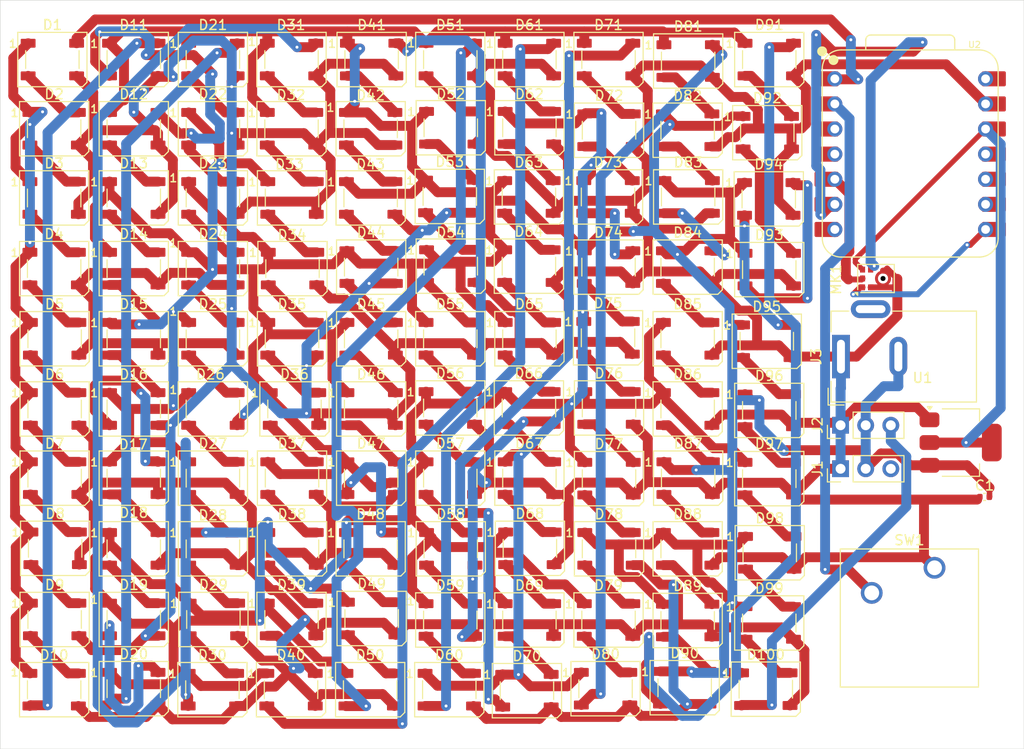
<source format=kicad_pcb>
(kicad_pcb (version 20241229) (generator "pcbnew") (generator_version "9.0")
  (layers (0 "F.Cu" signal) (2 "B.Cu" signal) (13 "F.Paste" user) (15 "B.Paste" user) (5 "F.SilkS" user "F.Silkscreen") (7 "B.SilkS" user "B.Silkscreen") (1 "F.Mask" user) (3 "B.Mask" user) (25 "Edge.Cuts" user))
  (net 0 "")
  (net 1 "+5V")
  (net 2 "Net-(D1-DOUT)")
  (net 3 "Net-(D2-DOUT)")
  (net 4 "Net-(D3-DOUT)")
  (net 5 "Net-(D4-DOUT)")
  (net 6 "Net-(D5-DOUT)")
  (net 7 "Net-(D6-DOUT)")
  (net 8 "Net-(D37-DOUT)")
  (net 9 "Net-(D7-DOUT)")
  (net 10 "Net-(D8-DOUT)")
  (net 11 "Net-(D10-DIN)")
  (net 12 "Net-(D11-DOUT)")
  (net 13 "Net-(D12-DOUT)")
  (net 14 "Net-(D13-DOUT)")
  (net 15 "Net-(D31-DOUT)")
  (net 16 "Net-(D14-DOUT)")
  (net 17 "Net-(D15-DOUT)")
  (net 18 "Net-(D16-DOUT)")
  (net 19 "Net-(D17-DOUT)")
  (net 20 "Net-(D18-DOUT)")
  (net 21 "Net-(D19-DOUT)")
  (net 22 "Net-(D21-DOUT)")
  (net 23 "Net-(D22-DOUT)")
  (net 24 "Net-(D23-DOUT)")
  (net 25 "Net-(D24-DOUT)")
  (net 26 "Net-(D25-DOUT)")
  (net 27 "Net-(D26-DOUT)")
  (net 28 "Net-(D27-DOUT)")
  (net 29 "Net-(D28-DOUT)")
  (net 30 "Net-(D29-DOUT)")
  (net 31 "Net-(D30-DOUT)")
  (net 32 "Net-(D32-DOUT)")
  (net 33 "Net-(D41-DOUT)")
  (net 34 "Net-(D33-DOUT)")
  (net 35 "Net-(D34-DOUT)")
  (net 36 "Net-(D35-DOUT)")
  (net 37 "Net-(D36-DOUT)")
  (net 38 "Net-(D38-DOUT)")
  (net 39 "Net-(D39-DOUT)")
  (net 40 "Net-(D45-DOUT)")
  (net 41 "Net-(D42-DOUT)")
  (net 42 "Net-(D43-DOUT)")
  (net 43 "Net-(D44-DOUT)")
  (net 44 "Net-(D46-DOUT)")
  (net 45 "Net-(D47-DOUT)")
  (net 46 "Net-(D48-DOUT)")
  (net 47 "Net-(D49-DOUT)")
  (net 48 "Net-(D50-DOUT)")
  (net 49 "Net-(D51-DOUT)")
  (net 50 "Net-(D52-DOUT)")
  (net 51 "Net-(D53-DOUT)")
  (net 52 "Net-(D54-DOUT)")
  (net 53 "Net-(D55-DOUT)")
  (net 54 "Net-(D56-DOUT)")
  (net 55 "Net-(D57-DOUT)")
  (net 56 "Net-(D58-DOUT)")
  (net 57 "Net-(D40-DOUT)")
  (net 58 "Net-(D59-DOUT)")
  (net 59 "Net-(D60-DOUT)")
  (net 60 "Net-(D61-DOUT)")
  (net 61 "Net-(D62-DOUT)")
  (net 62 "Net-(D63-DOUT)")
  (net 63 "Net-(D64-DOUT)")
  (net 64 "Net-(D65-DOUT)")
  (net 65 "Net-(D66-DOUT)")
  (net 66 "Net-(D67-DOUT)")
  (net 67 "Net-(D68-DOUT)")
  (net 68 "Net-(D69-DOUT)")
  (net 69 "Net-(D70-DOUT)")
  (net 70 "Net-(D71-DOUT)")
  (net 71 "Net-(D72-DOUT)")
  (net 72 "Net-(D73-DOUT)")
  (net 73 "Net-(D74-DOUT)")
  (net 74 "Net-(D75-DOUT)")
  (net 75 "Net-(D76-DOUT)")
  (net 76 "Net-(D77-DOUT)")
  (net 77 "Net-(D78-DOUT)")
  (net 78 "Net-(D79-DOUT)")
  (net 79 "Net-(D80-DOUT)")
  (net 80 "Net-(D81-DOUT)")
  (net 81 "Net-(D82-DOUT)")
  (net 82 "Net-(D83-DOUT)")
  (net 83 "Net-(D84-DOUT)")
  (net 84 "Net-(D85-DOUT)")
  (net 85 "Net-(D86-DOUT)")
  (net 86 "Net-(D87-DOUT)")
  (net 87 "Net-(D88-DOUT)")
  (net 88 "Net-(D89-DOUT)")
  (net 89 "Net-(D90-DOUT)")
  (net 90 "Net-(D91-DOUT)")
  (net 91 "Net-(D92-DOUT)")
  (net 92 "Net-(D93-DOUT)")
  (net 93 "Net-(D94-DOUT)")
  (net 94 "Net-(D95-DOUT)")
  (net 95 "Net-(D96-DOUT)")
  (net 96 "Net-(D97-DOUT)")
  (net 97 "Net-(D98-DOUT)")
  (net 98 "Net-(D100-DIN)")
  (net 99 "DO")
  (net 100 "LEDs")
  (net 102 "VCC")
  (net 103 "Net-(U2-PA4_A1_D1)")
  (net 104 "GND")
  (net 105 "LED")
  (net 106 "unconnected-(U2-PB08_A6_D6_TX-Pad7)")
  (net 107 "unconnected-(U2-PA10_A2_D2-Pad3)")
  (net 108 "unconnected-(U2-5V-Pad14)")
  (net 109 "unconnected-(U2-PA6_A10_D10_MOSI-Pad11)")
  (net 110 "unconnected-(U2-PA5_A9_D9_MISO-Pad10)")
  (net 111 "unconnected-(U2-PA11_A3_D3-Pad4)")
  (net 112 "unconnected-(U2-PA7_A8_D8_SCK-Pad9)")
  (net 113 "Net-(D1-VDD)")
  (net 114 "Net-(D10-DOUT)")
  (net 115 "Net-(D20-DOUT)")
  (net 116 "Net-(MK1-WS)")
  (net 117 "Net-(MK1-SCK)")
  (net 118 "Net-(MK1-SD)")
  (footprint "LED_SMD:LED_WS2812B_PLCC4_5.0x5.0mm_P3.2mm" (layer "F.Cu") (at 100.25 72.85)
    (property "Reference" "D46")
    (property "Value" "WS2812B")
  )
  (footprint "LED_SMD:LED_WS2812B_PLCC4_5.0x5.0mm_P3.2mm" (layer "F.Cu") (at 84.25 87)
    (property "Reference" "D28")
    (property "Value" "WS2812B")
  )
  (footprint "LED_SMD:LED_WS2812B_PLCC4_5.0x5.0mm_P3.2mm" (layer "F.Cu") (at 76.25 44.5)
    (property "Reference" "D12")
    (property "Value" "WS2812B")
  )
  (footprint "LED_SMD:LED_WS2812B_PLCC4_5.0x5.0mm_P3.2mm" (layer "F.Cu") (at 76.25 101.15)
    (property "Reference" "D20")
    (property "Value" "WS2812B")
  )
  (footprint "LED_SMD:LED_WS2812B_PLCC4_5.0x5.0mm_P3.2mm" (layer "F.Cu") (at 84.2 101.25)
    (property "Reference" "D30")
    (property "Value" "WS2812B")
  )
  (footprint "LED_SMD:LED_WS2812B_PLCC4_5.0x5.0mm_P3.2mm" (layer "F.Cu") (at 84.25 58.65)
    (property "Reference" "D24")
    (property "Value" "WS2812B")
  )
  (footprint "LED_SMD:LED_WS2812B_PLCC4_5.0x5.0mm_P3.2mm" (layer "F.Cu") (at 84.3 94.15)
    (property "Reference" "D29")
    (property "Value" "WS2812B")
  )
  (footprint "LED_SMD:LED_WS2812B_PLCC4_5.0x5.0mm_P3.2mm" (layer "F.Cu") (at 108.3 58.4)
    (property "Reference" "D54")
    (property "Value" "WS2812B")
  )
  (footprint "LED_SMD:LED_WS2812B_PLCC4_5.0x5.0mm_P3.2mm" (layer "F.Cu") (at 140.5 58.75)
    (property "Reference" "D93")
    (property "Value" "WS2812B")
  )
  (footprint "LED_SMD:LED_WS2812B_PLCC4_5.0x5.0mm_P3.2mm" (layer "F.Cu") (at 132.25 72.85)
    (property "Reference" "D86")
    (property "Value" "WS2812B")
  )
  (footprint "LED_SMD:LED_WS2812B_PLCC4_5.0x5.0mm_P3.2mm" (layer "F.Cu") (at 132.25 94.25)
    (property "Reference" "D89")
    (property "Value" "WS2812B")
  )
  (footprint "LED_SMD:LED_WS2812B_PLCC4_5.0x5.0mm_P3.2mm" (layer "F.Cu") (at 92.25 65.75)
    (property "Reference" "D35")
    (property "Value" "WS2812B")
  )
  (footprint "LED_SMD:LED_WS2812B_PLCC4_5.0x5.0mm_P3.2mm" (layer "F.Cu") (at 132.3 51.4)
    (property "Reference" "D83")
    (property "Value" "WS2812B")
  )
  (footprint "LED_SMD:LED_WS2812B_PLCC4_5.0x5.0mm_P3.2mm" (layer "F.Cu") (at 116.2 72.75)
    (property "Reference" "D66")
    (property "Value" "WS2812B")
  )
  (footprint "LED_SMD:LED_WS2812B_PLCC4_5.0x5.0mm_P3.2mm" (layer "F.Cu") (at 100.15 101.25)
    (property "Reference" "D50")
    (property "Value" "WS2812B")
  )
  (footprint "LED_SMD:LED_WS2812B_PLCC4_5.0x5.0mm_P3.2mm" (layer "F.Cu") (at 68.3 86.95)
    (property "Reference" "D8")
    (property "Value" "WS2812B")
  )
  (footprint "LED_SMD:LED_WS2812B_PLCC4_5.0x5.0mm_P3.2mm" (layer "F.Cu") (at 92.3 58.65)
    (property "Reference" "D34")
    (property "Value" "WS2812B")
  )
  (footprint "LED_SMD:LED_WS2812B_PLCC4_5.0x5.0mm_P3.2mm" (layer "F.Cu") (at 100.2 44.5)
    (property "Reference" "D42")
    (property "Value" "WS2812B")
  )
  (footprint "LED_SMD:LED_WS2812B_PLCC4_5.0x5.0mm_P3.2mm" (layer "F.Cu") (at 92.2 44.5)
    (property "Reference" "D32")
    (property "Value" "WS2812B")
  )
  (footprint "LED_SMD:LED_WS2812B_PLCC4_5.0x5.0mm_P3.2mm" (layer "F.Cu") (at 100.25 58.5)
    (property "Reference" "D44")
    (property "Value" "WS2812B")
  )
  (footprint "test:XIAO-ESP32S3-DIP" (layer "F.Cu") (at 154.75 47.0685)
    (property "Reference" "U2")
    (property "Value" "XIAO-ESP32-S3")
  )
  (footprint "LED_SMD:LED_WS2812B_PLCC4_5.0x5.0mm_P3.2mm" (layer "F.Cu") (at 116.25 44.4)
    (property "Reference" "D62")
    (property "Value" "WS2812B")
  )
  (footprint "LED_SMD:LED_WS2812B_PLCC4_5.0x5.0mm_P3.2mm" (layer "F.Cu") (at 100.2 87)
    (property "Reference" "D48")
    (property "Value" "WS2812B")
  )
  (footprint "LED_SMD:LED_WS2812B_PLCC4_5.0x5.0mm_P3.2mm" (layer "F.Cu") (at 92.2 37.5)
    (property "Reference" "D31")
    (property "Value" "WS2812B")
  )
  (footprint "LED_SMD:LED_WS2812B_PLCC4_5.0x5.0mm_P3.2mm" (layer "F.Cu") (at 76.25 94.15)
    (property "Reference" "D19")
    (property "Value" "WS2812B")
  )
  (footprint "LED_SMD:LED_WS2812B_PLCC4_5.0x5.0mm_P3.2mm" (layer "F.Cu") (at 116.25 65.75)
    (property "Reference" "D65")
    (property "Value" "WS2812B")
  )
  (footprint "LED_SMD:LED_WS2812B_PLCC4_5.0x5.0mm_P3.2mm" (layer "F.Cu") (at 116.2 51.4)
    (property "Reference" "D63")
    (property "Value" "WS2812B")
  )
  (footprint "LED_SMD:LED_WS2812B_PLCC4_5.0x5.0mm_P3.2mm" (layer "F.Cu") (at 140.15 101.2)
    (property "Reference" "D100")
    (property "Value" "WS2812B")
  )
  (footprint "LED_SMD:LED_WS2812B_PLCC4_5.0x5.0mm_P3.2mm" (layer "F.Cu") (at 76.25 79.85)
    (property "Reference" "D17")
    (property "Value" "WS2812B")
  )
  (footprint "LED_SMD:LED_WS2812B_PLCC4_5.0x5.0mm_P3.2mm" (layer "F.Cu") (at 92.25 87)
    (property "Reference" "D38")
    (property "Value" "WS2812B")
  )
  (footprint "Capacitor_SMD:C_0402_1005Metric" (layer "F.Cu") (at 162.27 81.75)
    (property "Reference" "C1")
    (property "Value" "1000uf")
  )
  (footprint "LED_SMD:LED_WS2812B_PLCC4_5.0x5.0mm_P3.2mm" (layer "F.Cu") (at 84.25 79.85)
    (property "Reference" "D27")
    (property "Value" "WS2812B")
  )
  (footprint "LED_SMD:LED_WS2812B_PLCC4_5.0x5.0mm_P3.2mm" (layer "F.Cu") (at 68.2 51.5)
    (property "Reference" "D3")
    (property "Value" "WS2812B")
  )
  (footprint "LED_SMD:LED_WS2812B_PLCC4_5.0x5.0mm_P3.2mm" (layer "F.Cu") (at 140.5 94.5)
    (property "Reference" "D99")
    (property "Value" "WS2812B")
  )
  (footprint "LED_SMD:LED_WS2812B_PLCC4_5.0x5.0mm_P3.2mm" (layer "F.Cu") (at 92.2 94.15)
    (property "Reference" "D39")
    (property "Value" "WS2812B")
  )
  (footprint "LED_SMD:LED_WS2812B_PLCC4_5.0x5.0mm_P3.2mm" (layer "F.Cu") (at 108.25 65.75)
    (property "Reference" "D55")
    (property "Value" "WS2812B")
  )
  (footprint "LED_SMD:LED_WS2812B_PLCC4_5.0x5.0mm_P3.2mm" (layer "F.Cu") (at 116 101.35)
    (property "Reference" "D70")
    (property "Value" "WS2812B")
  )
  (footprint "LED_SMD:LED_WS2812B_PLCC4_5.0x5.0mm_P3.2mm" (layer "F.Cu") (at 68.2 44.5)
    (property "Reference" "D2")
    (property "Value" "WS2812B")
  )
  (footprint "LED_SMD:LED_WS2812B_PLCC4_5.0x5.0mm_P3.2mm" (layer "F.Cu") (at 76.25 58.65)
    (property "Reference" "D14")
    (property "Value" "WS2812B")
  )
  (footprint "LED_SMD:LED_WS2812B_PLCC4_5.0x5.0mm_P3.2mm" (layer "F.Cu") (at 131.95 101.05)
    (property "Reference" "D90")
    (property "Value" "WS2812B")
  )
  (footprint "LED_SMD:LED_WS2812B_PLCC4_5.0x5.0mm_P3.2mm" (layer "F.Cu") (at 84.25 51.5)
    (property "Reference" "D23")
    (property "Value" "WS2812B")
  )
  (footprint "LED_SMD:LED_WS2812B_PLCC4_5.0x5.0mm_P3.2mm" (layer "F.Cu") (at 123.95 101.15)
    (property "Reference" "D80")
    (property "Value" "WS2812B")
  )
  (footprint "LED_SMD:LED_WS2812B_PLCC4_5.0x5.0mm_P3.2mm" (layer "F.Cu") (at 100.3 37.5)
    (property "Reference" "D41")
    (property "Value" "WS2812B")
  )
  (footprint "Sensor_Audio:InvenSense_ICS-43434-6_3.5x2.65mm" (layer "F.Cu") (at 151.292 59.65 90)
    (property "Reference" "MK1")
    (property "Value" "ICS-43434")
  )
  (footprint "LED_SMD:LED_WS2812B_PLCC4_5.0x5.0mm_P3.2mm" (layer "F.Cu") (at 108.3 87)
    (property "Reference" "D58")
    (property "Value" "WS2812B")
  )
  (footprint "LED_SMD:LED_WS2812B_PLCC4_5.0x5.0mm_P3.2mm" (layer "F.Cu") (at 140.5 37.5)
    (property "Reference" "D91")
    (property "Value" "WS2812B")
  )
  (footprint "LED_SMD:LED_WS2812B_PLCC4_5.0x5.0mm_P3.2mm" (layer "F.Cu") (at 100.25 79.85)
    (property "Reference" "D47")
    (property "Value" "WS2812B")
  )
  (footprint "LED_SMD:LED_WS2812B_PLCC4_5.0x5.0mm_P3.2mm" (layer "F.Cu") (at 76.25 65.75)
    (property "Reference" "D15")
    (property "Value" "WS2812B")
  )
  (footprint "LED_SMD:LED_WS2812B_PLCC4_5.0x5.0mm_P3.2mm" (layer "F.Cu") (at 124.3 44.65)
    (property "Reference" "D72")
    (property "Value" "WS2812B")
  )
  (footprint "LED_SMD:LED_WS2812B_PLCC4_5.0x5.0mm_P3.2mm" (layer "F.Cu") (at 108.25 37.5)
    (property "Reference" "D51")
    (property "Value" "WS2812B")
  )
  (footprint "LED_SMD:LED_WS2812B_PLCC4_5.0x5.0mm_P3.2mm" (layer "F.Cu") (at 116.25 79.85)
    (property "Reference" "D67")
    (property "Value" "WS2812B")
  )
  (footprint "LED_SMD:LED_WS2812B_PLCC4_5.0x5.0mm_P3.2mm" (layer "F.Cu") (at 100.2 51.5)
    (property "Reference" "D43")
    (property "Value" "WS2812B")
  )
  (footprint "LED_SMD:LED_WS2812B_PLCC4_5.0x5.0mm_P3.2mm" (layer "F.Cu") (at 108.2 51.35)
    (property "Reference" "D53")
    (property "Value" "WS2812B")
  )
  (footprint "Button_Switch_Keyboard:SW_Cherry_MX_1.00u_PCB" (layer "F.Cu") (at 157.21 88.92)
    (property "Reference" "SW1")
    (property "Value" "SW_Push" (hide yes))
  )
  (footprint "Connector_PinHeader_2.54mm:PinHeader_1x03_P2.54mm_Vertical" (layer "F.Cu") (at 147.71 74.5 90)
    (property "Reference" "J2")
    (property "Value" "Conn_01x03")
  )
  (footprint "LED_SMD:LED_WS2812B_PLCC4_5.0x5.0mm_P3.2mm" (layer "F.Cu") (at 116.25 94.2)
    (property "Reference" "D69")
    (property "Value" "WS2812B")
  )
  (footprint "LED_SMD:LED_WS2812B_PLCC4_5.0x5.0mm_P3.2mm" (layer "F.Cu") (at 140.3 44.9)
    (property "Reference" "D92")
    (property "Value" "WS2812B")
  )
  (footprint "LED_SMD:LED_WS2812B_PLCC4_5.0x5.0mm_P3.2mm" (layer "F.Cu") (at 124.3 87)
    (property "Reference" "D78")
    (property "Value" "WS2812B")
  )
  (footprint "LED_SMD:LED_WS2812B_PLCC4_5.0x5.0mm_P3.2mm" (layer "F.Cu") (at 68.2 101.25)
    (property "Reference" "D10")
    (property "Value" "WS2812B")
  )
  (footprint "LED_SMD:LED_WS2812B_PLCC4_5.0x5.0mm_P3.2mm" (layer "F.Cu") (at 76.25 51.5)
    (property "Reference" "D13")
    (property "Value" "WS2812B")
  )
  (footprint "LED_SMD:LED_WS2812B_PLCC4_5.0x5.0mm_P3.2mm" (layer "F.Cu") (at 108.15 101.25)
    (property "Reference" "D60")
    (property "Value" "WS2812B")
  )
  (footprint "LED_SMD:LED_WS2812B_PLCC4_5.0x5.0mm_P3.2mm" (layer "F.Cu") (at 124.3 72.75)
    (property "Reference" "D76")
    (property "Value" "WS2812B")
  )
  (footprint "LED_SMD:LED_WS2812B_PLCC4_5.0x5.0mm_P3.2mm" (layer "F.Cu") (at 124.3 79.9)
    (property "Reference" "D77")
    (property "Value" "WS2812B")
  )
  (footprint "LED_SMD:LED_WS2812B_PLCC4_5.0x5.0mm_P3.2mm" (layer "F.Cu") (at 124.25 94.2)
    (property "Reference" "D79")
    (property "Value" "WS2812B")
  )
  (footprint "LED_SMD:LED_WS2812B_PLCC4_5.0x5.0mm_P3.2mm" (layer "F.Cu") (at 132.25 87)
    (property "Reference" "D88")
    (property "Value" "WS2812B")
  )
  (footprint "LED_SMD:LED_WS2812B_PLCC4_5.0x5.0mm_P3.2mm" (layer "F.Cu") (at 132.3 37.65)
    (property "Reference" "D81")
    (property "Value" "WS2812B")
  )
  (footprint "LED_SMD:LED_WS2812B_PLCC4_5.0x5.0mm_P3.2mm" (layer "F.Cu") (at 92.5 72.85)
    (property "Reference" "D36")
    (property "Value" "WS2812B")
  )
  (footprint "LED_SMD:LED_WS2812B_PLCC4_5.0x5.0mm_P3.2mm" (layer "F.Cu") (at 92.25 51.5)
    (property "Reference" "D33")
    (property "Value" "WS2812B")
  )
  (footprint "LED_SMD:LED_WS2812B_PLCC4_5.0x5.0mm_P3.2mm" (layer "F.Cu") (at 68.25 94.15)
    (property "Reference" "D9")
    (property "Value" "WS2812B")
  )
  (footprint "LED_SMD:LED_WS2812B_PLCC4_5.0x5.0mm_P3.2mm" (layer "F.Cu") (at 132.25 44.65)
    (property "Reference" "D82")
    (property "Value" "WS2812B")
  )
  (footprint "LED_SMD:LED_WS2812B_PLCC4_5.0x5.0mm_P3.2mm" (layer "F.Cu") (at 92.25 79.85)
    (property "Reference" "D37")
    (property "Value" "WS2812B")
  )
  (footprint "LED_SMD:LED_WS2812B_PLCC4_5.0x5.0mm_P3.2mm" (layer "F.Cu") (at 124.25 58.5)
    (property "Reference" "D74")
    (property "Value" "WS2812B")
  )
  (footprint "LED_SMD:LED_WS2812B_PLCC4_5.0x5.0mm_P3.2mm" (layer "F.Cu") (at 132.25 65.75)
    (property "Reference" "D85")
    (property "Value" "WS2812B")
  )
  (footprint "Package_TO_SOT_SMD:SOT-223-3_TabPin2" (layer "F.Cu") (at 159.85 76.25)
    (property "Reference" "U1")
    (property "Value" "AMS1117-3.3")
  )
  (footprint "LED_SMD:LED_WS2812B_PLCC4_5.0x5.0mm_P3.2mm" (layer "F.Cu") (at 124.2 65.65)
    (property "Reference" "D75")
    (property "Value" "WS2812B")
  )
  (footprint "Connector_BarrelJack:BarrelJack_Wuerth_6941xx301002" (layer "F.Cu") (at 147.75 67.55 90)
    (property "Reference" "J3")
    (property "Value" "Barrel_Jack_Switch_Pin3Ring")
  )
  (footprint "LED_SMD:LED_WS2812B_PLCC4_5.0x5.0mm_P3.2mm" (layer "F.Cu") (at 124.25 37.5)
    (property "Reference" "D71")
    (property "Value" "WS2812B")
  )
  (footprint "LED_SMD:LED_WS2812B_PLCC4_5.0x5.0mm_P3.2mm" (layer "F.Cu") (at 140.45 51.6)
    (property "Reference" "D94")
    (property "Value" "WS2812B")
  )
  (footprint "LED_SMD:LED_WS2812B_PLCC4_5.0x5.0mm_P3.2mm" (layer "F.Cu") (at 140.5 73)
    (property "Reference" "D96")
    (property "Value" "WS2812B")
  )
  (footprint "LED_SMD:LED_WS2812B_PLCC4_5.0x5.0mm_P3.2mm" (layer "F.Cu") (at 108.25 72.75)
    (property "Reference" "D56")
    (property "Value" "WS2812B")
  )
  (footprint "LED_SMD:LED_WS2812B_PLCC4_5.0x5.0mm_P3.2mm" (layer "F.Cu") (at 84.25 65.75)
    (property "Reference" "D25")
    (property "Value" "WS2812B")
  )
  (footprint "LED_SMD:LED_WS2812B_PLCC4_5.0x5.0mm_P3.2mm" (layer "F.Cu") (at 76.25 37.5)
    (property "Reference" "D11")
    (property "Value" "WS2812B")
  )
  (footprint "LED_SMD:LED_WS2812B_PLCC4_5.0x5.0mm_P3.2mm" (layer "F.Cu") (at 76.25 72.85)
    (property "Reference" "D16")
    (property "Value" "WS2812B")
  )
  (footprint "LED_SMD:LED_WS2812B_PLCC4_5.0x5.0mm_P3.2mm" (layer "F.Cu") (at 140.55 87.4)
    (property "Reference" "D98")
    (property "Value" "WS2812B")
  )
  (footprint "LED_SMD:LED_WS2812B_PLCC4_5.0x5.0mm_P3.2mm" (layer "F.Cu") (at 100.25 65.75)
    (property "Reference" "D45")
    (property "Value" "WS2812B")
  )
  (footprint "LED_SMD:LED_WS2812B_PLCC4_5.0x5.0mm_P3.2mm" (layer "F.Cu") (at 140.25 66)
    (property "Reference" "D95")
    (property "Value" "WS2812B")
  )
  (footprint "LED_SMD:LED_WS2812B_PLCC4_5.0x5.0mm_P3.2mm" (layer "F.Cu") (at 116.2 58.4)
    (property "Reference" "D64")
    (property "Value" "WS2812B")
  )
  (footprint "LED_SMD:LED_WS2812B_PLCC4_5.0x5.0mm_P3.2mm" (layer "F.Cu") (at 68.2 58.65)
    (property "Reference" "D4")
    (property "Value" "WS2812B")
  )
  (footprint "LED_SMD:LED_WS2812B_PLCC4_5.0x5.0mm_P3.2mm" (layer "F.Cu") (at 68.02 37.5)
    (property "Reference" "D1")
    (property "Value" "WS2812B")
  )
  (footprint "Connector_PinHeader_2.54mm:PinHeader_1x03_P2.54mm_Vertical" (layer "F.Cu") (at 147.71 78.9 90)
    (property "Reference" "J1")
    (property "Value" "Conn_01x03")
  )
  (footprint "LED_SMD:LED_WS2812B_PLCC4_5.0x5.0mm_P3.2mm" (layer "F.Cu") (at 76.25 87)
    (property "Reference" "D18")
    (property "Value" "WS2812B")
  )
  (footprint "LED_SMD:LED_WS2812B_PLCC4_5.0x5.0mm_P3.2mm" (layer "F.Cu") (at 84.25 37.5)
    (property "Reference" "D21")
    (property "Value" "WS2812B")
  )
  (footprint "LED_SMD:LED_WS2812B_PLCC4_5.0x5.0mm_P3.2mm" (layer "F.Cu") (at 116.25 37.5)
    (property "Reference" "D61")
    (property "Value" "WS2812B")
  )
  (footprint "LED_SMD:LED_WS2812B_PLCC4_5.0x5.0mm_P3.2mm" (layer "F.Cu") (at 68.25 72.85)
    (property "Reference" "D6")
    (property "Value" "WS2812B")
  )
  (footprint "LED_SMD:LED_WS2812B_PLCC4_5.0x5.0mm_P3.2mm" (layer "F.Cu") (at 108.3 44.4)
    (property "Reference" "D52")
    (property "Value" "WS2812B")
  )
  (footprint "LED_SMD:LED_WS2812B_PLCC4_5.0x5.0mm_P3.2mm" (layer "F.Cu") (at 68.25 79.85)
    (property "Reference" "D7")
    (property "Value" "WS2812B")
  )
  (footprint "LED_SMD:LED_WS2812B_PLCC4_5.0x5.0mm_P3.2mm" (layer "F.Cu") (at 92.15 101.25)
    (property "Reference" "D40")
    (property "Value" "WS2812B")
  )
  (footprint "LED_SMD:LED_WS2812B_PLCC4_5.0x5.0mm_P3.2mm" (layer "F.Cu") (at 108.25 94.2)
    (property "Reference" "D59")
    (property "Value" "WS2812B")
  )
  (footprint "LED_SMD:LED_WS2812B_PLCC4_5.0x5.0mm_P3.2mm" (layer "F.Cu") (at 140.5 79.9)
    (property "Reference" "D97")
    (property "Value" "WS2812B")
  )
  (footprint "LED_SMD:LED_WS2812B_PLCC4_5.0x5.0mm_P3.2mm" (layer "F.Cu") (at 84.25 72.85)
    (property "Reference" "D26")
    (property "Value" "WS2812B")
  )
  (footprint "LED_SMD:LED_WS2812B_PLCC4_5.0x5.0mm_P3.2mm" (layer "F.Cu") (at 100.3 94.05)
    (property "Reference" "D49")
    (property "Value" "WS2812B")
  )
  (footprint "LED_SMD:LED_WS2812B_PLCC4_5.0x5.0mm_P3.2mm" (layer "F.Cu") (at 132.25 58.5)
    (property "Reference" "D84")
    (property "Value" "WS2812B")
  )
  (footprint "LED_SMD:LED_WS2812B_PLCC4_5.0x5.0mm_P3.2mm" (layer "F.Cu") (at 68.25 65.75)
    (property "Reference" "D5")
    (property "Value" "WS2812B")
  )
  (footprint "LED_SMD:LED_WS2812B_PLCC4_5.0x5.0mm_P3.2mm" (layer "F.Cu") (at 116.3 86.95)
    (property "Reference" "D68")
    (property "Value" "WS2812B")
  )
  (footprint "LED_SMD:LED_WS2812B_PLCC4_5.0x5.0mm_P3.2mm" (layer "F.Cu") (at 132.3 79.85)
    (property "Reference" "D87")
    (property "Value" "WS2812B")
  )
  (footprint "LED_SMD:LED_WS2812B_PLCC4_5.0x5.0mm_P3.2mm" (layer "F.Cu") (at 124.2 51.4)
    (property "Reference" "D73")
    (property "Value" "WS2812B")
  )
  (footprint "LED_SMD:LED_WS2812B_PLCC4_5.0x5.0mm_P3.2mm" (layer "F.Cu") (at 108.25 79.85)
    (property "Reference" "D57")
    (property "Value" "WS2812B")
  )
  (footprint "LED_SMD:LED_WS2812B_PLCC4_5.0x5.0mm_P3.2mm" (layer "F.Cu") (at 84.25 44.5)
    (property "Reference" "D22")
    (property "Value" "WS2812B")
  )
  (gr_rect (start 62.75 31.5) (end 166.25 107.25) (stroke (width 0.05)) (fill no) (layer "Edge.Cuts"))
  (segment (start 99.135 36.3859) (end 98.3859 36.3859) (width 1) (layer "F.Cu") (net 1))
  (segment (start 112.3292 91.0792) (end 112.3292 87.3945) (width 1) (layer "F.Cu") (net 1))
  (segment (start 112.2952 50.9208) (end 106.9708 50.9208) (width 1) (layer "F.Cu") (net 1))
  (segment (start 125.2927 86.5584) (end 128.5916 86.5584) (width 1) (layer "F.Cu") (net 1))
  (segment (start 113.8 34.6483) (end 113.8 35.85) (width 1) (layer "F.Cu") (net 1))
  (segment (start 115.2388 51.779) (end 118.1394 54.6796) (width 1) (layer "F.Cu") (net 1))
  (segment (start 120.529 72.3327) (end 121.85 72.3327) (width 1) (layer "F.Cu") (net 1))
  (segment (start 138.05 71.35) (end 138.662 71.962) (width 1) (layer "F.Cu") (net 1))
  (segment (start 73.8 35.85) (end 75.0017 34.6483) (width 1) (layer "F.Cu") (net 1))
  (segment (start 75.2615 41.6239) (end 75.0261 41.6239) (width 1) (layer "F.Cu") (net 1))
  (segment (start 129.5 99.4) (end 132.6244 99.4) (width 1) (layer "F.Cu") (net 1))
  (segment (start 88.2249 41.3249) (end 89.75 42.85) (width 1) (layer "F.Cu") (net 1))
  (segment (start 73.9978 64.2978) (end 76.7874 64.2978) (width 1) (layer "F.Cu") (net 1))
  (segment (start 75.7857 72.85) (end 75.45 72.85) (width 1) (layer "F.Cu") (net 1))
  (segment (start 138.1 85.75) (end 137.2742 86.5758) (width 1) (layer "F.Cu") (net 1))
  (segment (start 73.799 49.851) (end 73.799 50.975) (width 1) (layer "F.Cu") (net 1))
  (segment (start 128.5916 86.5584) (end 129.8 85.35) (width 1) (layer "F.Cu") (net 1))
  (segment (start 95.3096 76.9998) (end 90.05 71.7402) (width 1) (layer "F.Cu") (net 1))
  (segment (start 104.3936 87.9187) (end 106.3623 85.95) (width 1) (layer "F.Cu") (net 1))
  (segment (start 110.9021 62.3423) (end 112.0423 62.3423) (width 1) (layer "F.Cu") (net 1))
  (segment (start 121.75 63.1483) (end 121.6416 63.0399) (width 1) (layer "F.Cu") (net 1))
  (segment (start 106.3623 85.95) (end 106.3623 85.8623) (width 1) (layer "F.Cu") (net 1))
  (segment (start 75.0261 41.6239) (end 73.8 42.85) (width 1) (layer "F.Cu") (net 1))
  (segment (start 96.5983 65.3017) (end 96.3371 65.3017) (width 1) (layer "F.Cu") (net 1))
  (segment (start 84.2145 58.7192) (end 84.2145 58.7343) (width 1) (layer "F.Cu") (net 1))
  (segment (start 89.3417 58.7192) (end 89.85 58.2109) (width 1) (layer "F.Cu") (net 1))
  (segment (start 89.7581 65.3017) (end 88.3237 66.7361) (width 1) (layer "F.Cu") (net 1))
  (segment (start 120.8875 43.9625) (end 121.85 43) (width 1) (layer "F.Cu") (net 1))
  (segment (start 130.6583 43.8583) (end 130.4507 44.0659) (width 1) (layer "F.Cu") (net 1))
  (segment (start 87.6666 100.8752) (end 83.0252 100.8752) (width 1) (layer "F.Cu") (net 1))
  (segment (start 112.3292 86.8208) (end 113.85 85.3) (width 1) (layer "F.Cu") (net 1))
  (segment (start 113.5768 99.7268) (end 113.55 99.7) (width 1) (layer "F.Cu") (net 1))
  (segment (start 81.8 34.6483) (end 89.75 34.6483) (width 1) (layer "F.Cu") (net 1))
  (segment (start 109.2927 57.9517) (end 112.5483 57.9517) (width 1) (layer "F.Cu") (net 1))
  (segment (start 104.376 51.074) (end 105.75 49.7) (width 1) (layer "F.Cu") (net 1))
  (segment (start 89.7 99.6) (end 88.9418 99.6) (width 1) (layer "F.Cu") (net 1))
  (segment (start 80.2532 72.5117) (end 79.9149 72.85) (width 1) (layer "F.Cu") (net 1))
  (segment (start 129.798 92.6) (end 129.8 92.6) (width 1) (layer "F.Cu") (net 1))
  (segment (start 130.6583 43.8583) (end 129.8 43) (width 1) (layer "F.Cu") (net 1))
  (segment (start 88.2249 37.3751) (end 88.2249 41.3249) (width 1) (layer "F.Cu") (net 1))
  (segment (start 133.2359 86.5758) (end 131.0258 86.5758) (width 1) (layer "F.Cu") (net 1))
  (segment (start 105.85 56.75) (end 107.0517 57.9517) (width 1) (layer "F.Cu") (net 1))
  (segment (start 91.0387 79.4387) (end 96.5613 79.4387) (width 1) (layer "F.Cu") (net 1))
  (segment (start 89.0521 93.7381) (end 83.0881 93.7381) (width 1) (layer "F.Cu") (net 1))
  (segment (start 131.0258 86.5758) (end 129.8 85.35) (width 1) (layer "F.Cu") (net 1))
  (segment (start 128.3438 69.7438) (end 129.8 71.2) (width 1) (layer "F.Cu") (net 1))
  (segment (start 88.9964 94.2664) (end 81.2021 94.2664) (width 1) (layer "F.Cu") (net 1))
  (segment (start 134.8843 76.8245) (end 129.5299 71.4701) (width 1) (layer "F.Cu") (net 1))
  (segment (start 129.8 64.1) (end 128.3438 65.5562) (width 1) (layer "F.Cu") (net 1))
  (segment (start 97.8 78.2) (end 96.5998 76.9998) (width 1) (layer "F.Cu") (net 1))
  (segment (start 121.8 34.6772) (end 121.8 35.85) (width 1) (layer "F.Cu") (net 1))
  (segment (start 106.9708 50.9208) (end 105.75 49.7) (width 1) (layer "F.Cu") (net 1))
  (segment (start 73.8315 86.4783) (end 77.9282 90.575) (width 1) (layer "F.Cu") (net 1))
  (segment (start 128.3438 65.5562) (end 128.3438 69.7438) (width 1) (layer "F.Cu") (net 1))
  (segment (start 105.8 64.1) (end 104.3835 62.6835) (width 1) (layer "F.Cu") (net 1))
  (segment (start 151.801 77.349) (end 150.25 78.9) (width 1) (layer "F.Cu") (net 1))
  (segment (start 81.75 99.6) (end 80.938 99.6) (width 1) (layer "F.Cu") (net 1))
  (segment (start 73.8 35.85) (end 75.2615 37.3115) (width 1) (layer "F.Cu") (net 1))
  (segment (start 89.8 65.3017) (end 89.7581 65.3017) (width 1) (layer "F.Cu") (net 1))
  (segment (start 82.4953 57) (end 84.2145 58.7192) (width 1) (layer "F.Cu") (net 1))
  (segment (start 81.8 50.4026) (end 86.8464 55.449) (width 1) (layer "F.Cu") (net 1))
  (segment (start 133.2119 55.6498) (end 134.2008 55.6498) (width 1) (layer "F.Cu") (net 1))
  (segment (start 138.05 78.25) (end 136.6245 76.8245) (width 1) (layer "F.Cu") (net 1))
  (segment (start 88.3417 58.7192) (end 88.3417 62.6417) (width 1) (layer "F.Cu") (net 1))
  (segment (start 96.3371 69.7371) (end 96.3371 65.3017) (width 1) (layer "F.Cu") (net 1))
  (segment (start 136.5396 50.9517) (end 136.5396 55.6483) (width 1) (layer "F.Cu") (net 1))
  (segment (start 162.7707 81.7293) (end 162.75 81.75) (width 0.5608) (layer "F.Cu") (net 1))
  (segment (start 119.85 90.6) (end 121.8 92.55) (width 1) (layer "F.Cu") (net 1))
  (segment (start 114.9827 72.3327) (end 120.35 72.3327) (width 1) (layer "F.Cu") (net 1))
  (segment (start 136.6245 76.8245) (end 134.8843 76.8245) (width 1) (layer "F.Cu") (net 1))
  (segment (start 80.8763 99.5383) (end 80.275 98.937) (width 1) (layer "F.Cu") (net 1))
  (segment (start 105.8 92.55) (end 104.3936 91.1436) (width 1) (layer "F.Cu") (net 1))
  (segment (start 97.75 84.3488) (end 97.7499 84.3488) (width 1) (layer "F.Cu") (net 1))
  (segment (start 97.8 56.85) (end 96.4391 58.2109) (width 1) (layer "F.Cu") (net 1))
  (segment (start 112.2952 55.2952) (end 113.75 56.75) (width 1) (layer "F.Cu") (net 1))
  (segment (start 129.85 34.77) (end 136.97 34.77) (width 1) (layer "F.Cu") (net 1))
  (segment (start 134.2023 55.6483) (end 136.5396 55.6483) (width 1) (layer "F.Cu") (net 1))
  (segment (start 131.2205 57.2128) (end 130.1628 57.2128) (width 1) (layer "F.Cu") (net 1))
  (segment (start 96.5998 76.9998) (end 95.3096 76.9998) (width 1) (layer "F.Cu") (net 1))
  (segment (start 103.24747 80.349) (end 103.197471 80.299001) (width 1) (layer "F.Cu") (net 1))
  (segment (start 115.1413 99.7268) (end 116.3204 100.9059) (width 1) (layer "F.Cu") (net 1))
  (segment (start 89.8 85.35) (end 89.8 84.2857) (width 1) (layer "F.Cu") (net 1))
  (segment (start 73.8 64.1) (end 73.9978 64.2978) (width 1) (layer "F.Cu") (net 1))
  (segment (start 118.1394 54.6796) (end 119.6296 54.6796) (width 1) (layer "F.Cu") (net 1))
  (segment (start 113.8 78.2) (end 114.5742 77.4258) (width 1) (layer "F.Cu") (net 1))
  (segment (start 125.8115 89.8517) (end 127.0497 89.8517) (width 1) (layer "F.Cu") (net 1))
  (segment (start 109.2927 58.1439) (end 109.2927 60.7329) (width 1) (layer "F.Cu") (net 1))
  (segment (start 136.7629 92.4515) (end 137.1614 92.85) (width 1) (layer "F.Cu") (net 1))
  (segment (start 107.2331 86.8208) (end 112.3292 86.8208) (width 1) (layer "F.Cu") (net 1))
  (segment (start 97.75 49.85) (end 98.974 51.074) (width 1) (layer "F.Cu") (net 1))
  (segment (start 86.8464 55.449) (end 88.299 55.449) (width 1) (layer "F.Cu") (net 1))
  (segment (start 136.5396 50.9517) (end 136.9983 50.9517) (width 1) (layer "F.Cu") (net 1))
  (segment (start 137.8 64.35) (end 136.4826 64.35) (width 1) (layer "F.Cu") (net 1))
  (segment (start 104.3904 48.3404) (end 104.3904 44.2096) (width 1) (layer "F.Cu") (net 1))
  (segment (start 105.8 78.2) (end 104.3 76.7) (width 1) (layer "F.Cu") (net 1))
  (segment (start 121.85 85.35) (end 123.0584 86.5584) (width 1) (layer "F.Cu") (net 1))
  (segment (start 88.299 55.449) (end 89.85 57) (width 1) (layer "F.Cu") (net 1))
  (segment (start 104.3904 44.2096) (end 105.85 42.75) (width 1) (layer "F.Cu") (net 1))
  (segment (start 88.3237 69.4737) (end 90.05 71.2) (width 1) (layer "F.Cu") (net 1))
  (segment (start 101.2123 44.2096) (end 99.8527 42.85) (width 1) (layer "F.Cu") (net 1))
  (segment (start 109.2927 60.7329) (end 110.9021 62.3423) (width 1) (layer "F.Cu") (net 1))
  (segment (start 79.925 90.575) (end 81.85 92.5) (width 1) (layer "F.Cu") (net 1))
  (segment (start 98.3859 36.3859) (end 97.85 35.85) (width 1) (layer "F.Cu") (net 1))
  (segment (start 102.202529 80.299001) (end 102.15253 80.349) (width 1) (layer "F.Cu") (net 1))
  (segment (start 99.0939 58.1439) (end 104.3835 58.1439) (width 1) (layer "F.Cu") (net 1))
  (segment (start 73.799 50.975) (end 77.899 55.075) (width 1) (layer "F.Cu") (net 1))
  (segment (start 72.3234 52.4506) (end 73.799 50.975) (width 1) (layer "F.Cu") (net 1))
  (segment (start 75.0017 34.6483) (end 81.8 34.6483) (width 1) (layer "F.Cu") (net 1))
  (segment (start 132.0117 56.85) (end 133.2119 55.6498) (width 1) (layer "F.Cu") (net 1))
  (segment (start 95.1096 98.3998) (end 96.4998 98.3998) (width 1) (layer "F.Cu") (net 1))
  (segment (start 112.5792 50.9208) (end 113.75 49.75) (width 1) (layer "F.Cu") (net 1))
  (segment (start 112.0423 62.3423) (end 113.8 64.1) (width 1) (layer "F.Cu") (net 1))
  (segment (start 131.0517 50.9517) (end 136.5396 50.9517) (width 1) (layer "F.Cu") (net 1))
  (segment (start 88.3237 66.7361) (end 88.3237 69.4737) (width 1) (layer "F.Cu") (net 1))
  (segment (start 105.685 72.3023) (end 105.8 72.3023) (width 1) (layer "F.Cu") (net 1))
  (segment (start 97.9985 84.1003) (end 97.75 84.3488) (width 1) (layer "F.Cu") (net 1))
  (segment (start 129.8 56.85) (end 132.0117 56.85) (width 1) (layer "F.Cu") (net 1))
  (segment (start 121.8 34.6772) (end 121.7711 34.6483) (width 1) (layer "F.Cu") (net 1))
  (segment (start 75.45 72.85) (end 73.8 71.2) (width 1) (layer "F.Cu") (net 1))
  (segment (start 73.8 85.35) (end 73.8 86.4468) (width 1) (layer "F.Cu") (net 1))
  (segment (start 97.85 92.4) (end 96.4742 91.0242) (width 1) (layer "F.Cu") (net 1))
  (segment (start 121.85 72.3327) (end 128.6673 72.3327) (width 1) (layer "F.Cu") (net 1))
  (segment (start 75.0017 100.7017) (end 79.7129 100.7017) (width 1) (layer "F.Cu") (net 1))
  (segment (start 112.5483 57.9517) (end 113.75 56.75) (width 1) (layer "F.Cu") (net 1))
  (segment (start 80.938 99.6) (end 80.8763 99.5383) (width 1) (layer "F.Cu") (net 1))
  (segment (start 137.9913 57.1) (end 138.05 57.1) (width 1) (layer "F.Cu") (net 1))
  (segment (start 127.0497 89.8517) (end 129.798 92.6) (width 1) (layer "F.Cu") (net 1))
  (segment (start 136.97 34.77) (end 138.05 35.85) (width 1) (layer "F.Cu") (net 1))
  (segment (start 89.75 93.0402) (end 95.1096 98.3998) (width 1) (layer "F.Cu") (net 1))
  (segment (start 99.8527 42.85) (end 97.75 42.85) (width 1) (layer "F.Cu") (net 1))
  (segment (start 84.2145 58.7192) (end 88.3417 58.7192) (width 1) (layer "F.Cu") (net 1))
  (segment (start 103.197471 80.299001) (end 102.202529 80.299001) (width 1) (layer "F.Cu") (net 1))
  (segment (start 112.397 100.853) (end 106.953 100.853) (width 1) (layer "F.Cu") (net 1))
  (segment (start 97.8 64.1) (end 96.5983 65.3017) (width 1) (layer "F.Cu") (net 1))
  (segment (start 131.0055 44.2055) (end 130.6583 43.8583) (width 1) (layer "F.Cu") (net 1))
  (segment (start 137.8116 43.2116) (end 137.85 43.25) (width 1) (layer "F.Cu") (net 1))
  (segment (start 123.0584 86.5584) (end 125.2927 86.5584) (width 1) (layer "F.Cu") (net 1))
  (segment (start 113.8 92.55) (end 112.3292 91.0792) (width 1) (layer "F.Cu") (net 1))
  (segment (start 81.8 35.85) (end 81.8 34.6483) (width 1) (layer "F.Cu") (net 1))
  (segment (start 113.75 71.1) (end 114.9827 72.3327) (width 1) (layer "F.Cu") (net 1))
  (segment (start 112.5477 72.3023) (end 105.8 72.3023) (width 1) (layer "F.Cu") (net 1))
  (segment (start 104.3 73.6873) (end 105.685 72.3023) (width 1) (layer "F.Cu") (net 1))
  (segment (start 128.6673 72.3327) (end 129.5299 71.4701) (width 1) (layer "F.Cu") (net 1))
  (segment (start 84.8957 45.9457) (end 81.8 42.85) (width 1) (layer "F.Cu") (net 1))
  (segment (start 79.875 55.075) (end 81.8 57) (width 1) (layer "F.Cu") (net 1))
  (segment (start 129.85 34.77) (end 129.7283 34.6483) (width 1) (layer "F.Cu") (net 1))
  (segment (start 80.4883 72.5117) (end 80.2532 72.5117) (width 1) (layer "F.Cu") (net 1))
  (segment (start 97.8 71.2) (end 96.3371 69.7371) (width 1) (layer "F.Cu") (net 1))
  (segment (start 88.3417 58.7192) (end 89.3417 58.7192) (width 1) (layer "F.Cu") (net 1))
  (segment (start 97.85 34.6483) (end 97.85 35.85) (width 1) (layer "F.Cu") (net 1))
  (segment (start 73.8 78.2) (end 75.7857 76.2143) (width 1) (layer "F.Cu") (net 1))
  (segment (start 123.757 54.893) (end 126.753 54.893) (width 1) (layer "F.Cu") (net 1))
  (segment (start 136.1505 43.8118) (end 136.7507 43.2116) (width 0.9004) (layer "F.Cu") (net 1))
  (segment (start 113.8 34.6483) (end 107.0017 34.6483) (width 1) (layer "F.Cu") (net 1))
  (segment (start 80.275 98.937) (end 80.275 95.1935) (width 1) (layer "F.Cu") (net 1))
  (segment (start 97.85 34.6483) (end 104.5983 34.6483) (width 1) (layer "F.Cu") (net 1))
  (segment (start 89.75 35.85) (end 88.2249 37.3751) (width 1) (layer "F.Cu") (net 1))
  (segment (start 104.305 79.695) (end 103.651 80.349) (width 1) (layer "F.Cu") (net 1))
  (segment (start 81.8 71.2) (end 80.4883 72.5117) (width 1) (layer "F.Cu") (net 1))
  (segment (start 89.8 78.2) (end 91.0387 79.4387) (width 1) (layer "F.Cu") (net 1))
  (segment (start 75.2615 37.3115) (end 75.2615 41.6239) (width 1) (layer "F.Cu") (net 1))
  (segment (start 142.2004 77.0966) (end 142.2748 77.0222) (width 1) (layer "F.Cu") (net 1))
  (segment (start 72.3469 91.0469) (end 72.3469 87.9629) (width 1) (layer "F.Cu") (net 1))
  (segment (start 109.2927 58.1439) (end 109.2927 57.9517) (width 1) (layer "F.Cu") (net 1))
  (segment (start 89.75 93.0402) (end 89.0521 93.7381) (width 1) (layer "F.Cu") (net 1))
  (segment (start 73.8 57) (end 72.3234 55.5234) (width 1) (layer "F.Cu") (net 1))
  (segment (start 137.1614 92.85) (end 138.05 92.85) (width 1) (layer "F.Cu") (net 1))
  (segment (start 96.3371 65.3017) (end 89.8 65.3017) (width 1) (layer "F.Cu") (net 1))
  (segment (start 133.2359 89.3284) (end 134.3121 90.4046) (width 1) (layer "F.Cu") (net 1))
  (segment (start 84.8957 48) (end 84.8957 45.9457) (width 1) (layer "F.Cu") (net 1))
  (segment (start 115.1413 99.7268) (end 113.5768 99.7268) (width 1) (layer "F.Cu") (net 1))
  (segment (start 134.716 90.4046) (end 136.7629 92.4515) (width 1) (layer "F.Cu") (net 1))
  (segment (start 121.7711 34.6483) (end 113.8 34.6483) (width 1) (layer "F.Cu") (net 1))
  (segment (start 137.2742 86.5758) (end 133.2359 86.5758) (width 1) (layer "F.Cu") (net 1))
  (segment (start 112.2952 51.779) (end 112.2952 55.2952) (width 1) (layer "F.Cu") (net 1))
  (segment (start 150.4153 74.25) (end 150.25 74.25) (width 1) (layer "F.Cu") (net 1))
  (segment (start 121.8 56.85) (end 123.757 54.893) (width 1) (layer "F.Cu") (net 1))
  (segment (start 104.3835 62.6835) (end 104.3835 58.1439) (width 1) (layer "F.Cu") (net 1))
  (segment (start 75.7857 76.2143) (end 75.7857 72.85) (width 1) (layer "F.Cu") (net 1))
  (segment (start 105.75 49.7) (end 104.3904 48.3404) (width 1) (layer "F.Cu") (net 1))
  (segment (start 96.4998 98.3998) (end 97.7 99.6) (width 1) (layer "F.Cu") (net 1))
  (segment (start 114.8185 87.3945) (end 118.024 90.6) (width 1) (layer "F.Cu") (net 1))
  (segment (start 79.7129 100.7017) (end 80.8763 99.5383) (width 1) (layer "F.Cu") (net 1))
  (segment (start 107.0017 34.6483) (end 105.8 35.85) (width 1) (layer "F.Cu") (net 1))
  (segment (start 106.3623 85.8623) (end 105.85 85.35) (width 1) (layer "F.Cu") (net 1))
  (segment (start 114.5742 77.4258) (end 115.4359 77.4258) (width 1) (layer "F.Cu") (net 1))
  (segment (start 156.7 78.55) (end 154.7153 78.55) (width 1) (layer "F.Cu") (net 1))
  (segment (start 103.651 80.349) (end 103.24747 80.349) (width 1) (layer "F.Cu") (net 1))
  (segment (start 89.85 57) (end 89.85 58.2109) (width 1) (layer "F.Cu") (net 1))
  (segment (start 89.75 34.6483) (end 89.75 35.85) (width 1) (layer "F.Cu") (net 1))
  (segment (start 104.3904 44.2096) (end 101.2123 44.2096) (width 1) (layer "F.Cu") (net 1))
  (segment (start 112.3292 87.3945) (end 112.3292 86.8208) (width 1) (layer "F.Cu") (net 1))
  (segment (start 106.3623 85.95) (end 107.2331 86.8208) (width 1) (layer "F.Cu") (net 1))
  (segment (start 104.3 76.7) (end 104.3 73.6873) (width 1) (layer "F.Cu") (net 1))
  (segment (start 121.85 78.25) (end 120.35 76.75) (width 1) (layer "F.Cu") (net 1))
  (segment (start 98.974 51.074) (end 104.376 51.074) (width 1) (layer "F.Cu") (net 1))
  (segment (start 129.7283 34.6483) (end 121.8289 34.6483) (width 1) (layer "F.Cu") (net 1))
  (segment (start 75.8745 94.5745) (end 73.8 92.5) (width 1) (layer "F.Cu") (net 1))
  (segment (start 73.8 99.5) (end 75.0017 100.7017) (width 1) (layer "F.Cu") (net 1))
  (segment (start 79.9149 72.85) (end 75.7857 72.85) (width 1) (layer "F.Cu") (net 1))
  (segment (start 133.2359 86.5758) (end 133.2359 89.3284) (width 1) (layer "F.Cu") (net 1))
  (segment (start 80.275 95.1935) (end 79.656 94.5745) (width 1) (layer "F.Cu") (net 1))
  (segment (start 121.9215 42.9285) (end 121.85 43) (width 1) (layer "F.Cu") (net 1))
  (segment (start 129.85 36) (end 129.85 34.77) (width 1) (layer "F.Cu") (net 1))
  (segment (start 89.75 34.6483) (end 97.85 34.6483) (width 1) (layer "F.Cu") (net 1))
  (segment (start 79.656 94.5745) (end 75.8745 94.5745) (width 1) (layer "F.Cu") (net 1))
  (segment (start 79.8143 76.2143) (end 81.8 78.2) (width 1) (layer "F.Cu") (net 1))
  (segment (start 89.75 93.0402) (end 89.75 92.5) (width 1) (layer "F.Cu") (net 1))
  (segment (start 136.7507 43.2116) (end 137.8116 43.2116) (width 0.9004) (layer "F.Cu") (net 1))
  (segment (start 134.3121 90.4046) (end 134.716 90.4046) (width 1) (layer "F.Cu") (net 1))
  (segment (start 83.0881 93.7381) (end 81.85 92.5) (width 1) (layer "F.Cu") (net 1))
  (segment (start 104.305 83.805) (end 105.85 85.35) (width 1) (layer "F.Cu") (net 1))
  (segment (start 107.0517 57.9517) (end 109.2927 57.9517) (width 1) (layer "F.Cu") (net 1))
  (segment (start 77.9282 90.575) (end 79.925 90.575) (width 1) (layer "F.Cu") (net 1))
  (segment (start 129.85 49.75) (end 131.0517 50.9517) (width 1) (layer "F.Cu") (net 1))
  (segment (start 105.8 78.2) (end 104.305 79.695) (width 1) (layer "F.Cu") (net 1))
  (segment (start 142.2748 77.0222) (end 150.2222 77.0222) (width 1) (layer "F.Cu") (net 1))
  (segment (start 120.35 72.3327) (end 120.529 72.3327) (width 1) (layer "F.Cu") (net 1))
  (segment (start 112.2952 50.9208) (end 112.2952 51.779) (width 1) (layer "F.Cu") (net 1))
  (segment (start 81.8 57) (end 82.4953 57) (width 1) (layer "F.Cu") (net 1))
  (segment (start 125.2927 86.5584) (end 125.2927 89.3329) (width 1) (layer "F.Cu") (net 1))
  (segment (start 80.7078 63.0078) (end 80.2532 63.0078) (width 1) (layer "F.Cu") (net 1))
  (segment (start 154.7153 78.55) (end 153.5143 77.349) (width 1) (layer "F.Cu") (net 1))
  (segment (start 133.1098 79.0242) (end 130.6742 79.0242) (width 1) (layer "F.Cu") (net 1))
  (segment (start 81.8 85.35) (end 83.5396 85.35) (width 1) (layer "F.Cu") (net 1))
  (segment (start 104.3936 91.1436) (end 104.3936 87.9187) (width 1) (layer "F.Cu") (net 1))
  (segment (start 113.55 99.7) (end 112.397 100.853) (width 1) (layer "F.Cu") (net 1))
  (segment (start 81.8 49.85) (end 81.8 50.4026) (width 1) (layer "F.Cu") (net 1))
  (segment (start 81.2021 94.2664) (end 80.275 95.1935) (width 1) (layer "F.Cu") (net 1))
  (segment (start 83.0252 100.8752) (end 81.75 99.6) (width 1) (layer "F.Cu") (net 1))
  (segment (start 104.0097 84.1003) (end 97.9985 84.1003) (width 1) (layer "F.Cu") (net 1))
  (segment (start 88.9418 99.6) (end 87.6666 100.8752) (width 1) (layer "F.Cu") (net 1))
  (segment (start 160.5023 78.55) (end 156.7 78.55) (width 1) (layer "F.Cu") (net 1))
  (segment (start 136.5396 55.6483) (end 137.9913 57.1) (width 1) (layer "F.Cu") (net 1))
  (segment (start 135.7547 44.2055) (end 131.0055 44.2055) (width 1) (layer "F.Cu") (net 1))
  (segment (start 136.1484 43.8118) (end 135.7547 44.2055) (width 1) (layer "F.Cu") (net 1))
  (segment (start 73.8 49.85) (end 73.799 49.851) (width 1) (layer "F.Cu") (net 1))
  (segment (start 137.7 99.55) (end 135.9364 99.55) (width 1) (layer "F.Cu") (net 1))
  (segment (start 121.75 64) (end 121.75 63.1483) (width 1) (layer "F.Cu") (net 1))
  (segment (start 119.6296 54.6796) (end 121.8 56.85) (width 1) (layer "F.Cu") (net 1))
  (segment (start 97.75 85.35) (end 97.75 84.3488) (width 1) (layer "F.Cu") (net 1))
  (segment (start 136.1505 43.8118) (end 136.1484 43.8118) (width 1) (layer "F.Cu") (net 1))
  (segment (start 87.95 48) (end 84.8957 48) (width 1) (layer "F.Cu") (net 1))
  (segment (start 136.9983 50.9517) (end 138 49.95) (width 1) (layer "F.Cu") (net 1))
  (segment (start 120.0941 100.9059) (end 121.5 99.5) (width 1) (layer "F.Cu") (net 1))
  (segment (start 113.75 71.1) (end 112.5477 72.3023) (width 1) (layer "F.Cu") (net 1))
  (segment (start 104.305 79.695) (end 104.305 83.805) (width 1) (layer "F.Cu") (net 1))
  (segment (start 153.5143 77.349) (end 151.801 77.349) (width 1) (layer "F.Cu") (net 1))
  (segment (start 122.4849 49.0151) (end 122.4849 48.182) (width 1) (layer "F.Cu") (net 1))
  (segment (start 96.4742 91.0242) (end 94.1338 91.0242) (width 1) (layer "F.Cu") (net 1))
  (segment (start 134.2008 55.6498) (end 134.2023 55.6483) (width 1) (layer "F.Cu") (net 1))
  (segment (start 150.2222 77.0222) (end 150.25 77.05) (width 1) (layer "F.Cu") (net 1))
  (segment (start 130.6742 79.0242) (end 129.85 78.2) (width 1) (layer "F.Cu") (net 1))
  (segment (start 105.8 72.3023) (end 105.8 71.1) (width 1) (layer "F.Cu") (net 1))
  (segment (start 129.5299 71.4701) (end 129.8 71.2) (width 1) (layer "F.Cu") (net 1))
  (segment (start 130.1628 57.2128) (end 129.8 56.85) (width 1) (layer "F.Cu") (net 1))
  (segment (start 112.3292 87.3945) (end 114.8185 87.3945) (width 1) (layer "F.Cu") (net 1))
  (segment (start 121.75 49.75) (end 122.4849 49.0151) (width 1) (layer "F.Cu") (net 1))
  (segment (start 138.662 71.962) (end 139.5052 71.962) (width 1) (layer "F.Cu") (net 1))
  (segment (start 97.75 42.85) (end 98.5918 42.0082) (width 1) (layer "F.Cu") (net 1))
  (segment (start 162.7707 80.8184) (end 160.5023 78.55) (width 1) (layer "F.Cu") (net 1))
  (segment (start 75.7857 76.2143) (end 79.8143 76.2143) (width 1) (layer "F.Cu") (net 1))
  (segment (start 102.15253 80.349) (end 101.709864 80.349) (width 1) (layer "F.Cu") (net 1))
  (segment (start 104.305 83.805) (end 104.0097 84.1003) (width 1) (layer "F.Cu") (net 1))
  (segment (start 81.8 64.1) (end 80.7078 63.0078) (width 1) (layer "F.Cu") (net 1))
  (segment (start 141.9875 77.0966) (end 142.2004 77.0966) (width 1) (layer "F.Cu") (net 1))
  (segment (start 88.3417 62.6417) (end 89.8 64.1) (width 1) (layer "F.Cu") (net 1))
  (segment (start 123.5251 42.9285) (end 121.9215 42.9285) (width 1) (layer "F.Cu") (net 1))
  (segment (start 125.2927 89.3329) (end 125.8115 89.8517) (width 1) (layer "F.Cu") (net 1))
  (segment (start 162.7707 80.8184) (end 162.7707 81.7293) (width 0.5608) (layer "F.Cu") (net 1))
  (segment (start 121.85 71.1) (end 121.85 72.3327) (width 1) (layer "F.Cu") (net 1))
  (segment (start 112.2952 51.779) (end 115.2388 51.779) (width 1) (layer "F.Cu") (net 1))
  (segment (start 90.05 71.7402) (end 90.05 71.2) (width 1) (layer "F.Cu") (net 1))
  (segment (start 89.8 49.85) (end 87.95 48) (width 1) (layer "F.Cu") (net 1))
  (segment (start 121.8289 34.6483) (end 121.8 34.6772) (width 1) (layer "F.Cu") (net 1))
  (segment (start 77.899 55.075) (end 79.875 55.075) (width 1) (layer "F.Cu") (net 1))
  (segment (start 97.8 56.85) (end 99.0939 58.1439) (width 1) (layer "F.Cu") (net 1))
  (segment (start 100.35 80.75) (end 97.8 78.2) (width 1) (layer "F.Cu") (net 1))
  (segment (start 73.8 86.4468) (end 73.8315 86.4783) (width 1) (layer "F.Cu") (net 1))
  (segment (start 150.25 78.9) (end 150.25 77.05) (width 1) (layer "F.Cu") (net 1))
  (segment (start 120.35 76.75) (end 120.35 72.3327) (width 1) (layer "F.Cu") (net 1))
  (segment (start 106.953 100.853) (end 105.7 99.6) (width 1) (layer "F.Cu") (net 1))
  (segment (start 96.5613 79.4387) (end 97.8 78.2) (width 1) (layer "F.Cu") (net 1))
  (segment (start 112.2952 50.9208) (end 112.5792 50.9208) (width 1) (layer "F.Cu") (net 1))
  (segment (start 98.5918 42.0082) (end 98.5918 41.7204) (width 1) (layer "F.Cu") (net 1))
  (segment (start 96.4391 58.2109) (end 89.85 58.2109) (width 1) (layer "F.Cu") (net 1))
  (segment (start 84.2145 58.7343) (end 84.2144 58.7343) (width 1) (layer "F.Cu") (net 1))
  (segment (start 118.024 90.6) (end 119.85 90.6) (width 1) (layer "F.Cu") (net 1))
  (segment (start 115.0125 43.9625) (end 120.8875 43.9625) (width 1) (layer "F.Cu") (net 1))
  (segment (start 116.3204 100.9059) (end 120.0941 100.9059) (width 1) (layer "F.Cu") (net 1))
  (segment (start 72.3234 55.5234) (end 72.3234 52.4506) (width 1) (layer "F.Cu") (net 1))
  (segment (start 101.308864 80.75) (end 100.35 80.75) (width 1) (layer "F.Cu") (net 1))
  (segment (start 104.5983 34.6483) (end 105.8 35.85) (width 1) (layer "F.Cu") (net 1))
  (segment (start 89.8 64.1) (end 89.8 65.3017) (width 1) (layer "F.Cu") (net 1))
  (segment (start 72.3469 87.9629) (end 73.8315 86.4783) (width 1) (layer "F.Cu") (net 1))
  (segment (start 113.8 42.75) (end 115.0125 43.9625) (width 1) (layer "F.Cu") (net 1))
  (segment (start 101.709864 80.349) (end 101.308864 80.75) (width 1) (layer "F.Cu") (net 1))
  (segment (start 73.8 92.5) (end 72.3469 91.0469) (width 1) (layer "F.Cu") (net 1))
  (segment (start 104.3835 58.1439) (end 109.2927 58.1439) (width 1) (layer "F.Cu") (net 1))
  (via (at 133.1098 79.0242) (size 0.6) (drill 0.3) (layers "F.Cu" "B.Cu") (net 1))
  (via (at 132.6244 99.4) (size 0.6) (drill 0.3) (layers "F.Cu" "B.Cu") (net 1))
  (via (at 131.2205 57.2128) (size 0.6) (drill 0.3) (layers "F.Cu" "B.Cu") (net 1))
  (via (at 80.2532 72.5117) (size 0.6) (drill 0.3) (layers "F.Cu" "B.Cu") (net 1))
  (via (at 80.2532 63.0078) (size 0.6) (drill 0.3) (layers "F.Cu" "B.Cu") (net 1))
  (via (at 84.8957 48) (size 0.6) (drill 0.3) (layers "F.Cu" "B.Cu") (net 1))
  (via (at 76.7874 64.2978) (size 0.6) (drill 0.3) (layers "F.Cu" "B.Cu") (net 1))
  (via (at 115.4359 77.4258) (size 0.6) (drill 0.3) (layers "F.Cu" "B.Cu") (net 1))
  (via (at 99.135 36.3859) (size 0.6) (drill 0.3) (layers "F.Cu" "B.Cu") (net 1))
  (via (at 84.2144 58.7343) (size 0.6) (drill 0.3) (layers "F.Cu" "B.Cu") (net 1))
  (via (at 123.5251 42.9285) (size 0.6) (drill 0.3) (layers "F.Cu" "B.Cu") (net 1))
  (via (at 141.9875 77.0966) (size 0.6) (drill 0.3) (layers "F.Cu" "B.Cu") (net 1))
  (via (at 122.4849 48.182) (size 0.6) (drill 0.3) (layers "F.Cu" "B.Cu") (net 1))
  (via (at 98.5918 41.7204) (size 0.6) (drill 0.3) (layers "F.Cu" "B.Cu") (net 1))
  (via (at 121.6416 63.0399) (size 0.6) (drill 0.3) (layers "F.Cu" "B.Cu") (net 1))
  (via (at 136.7629 92.4515) (size 0.6) (drill 0.3) (layers "F.Cu" "B.Cu") (net 1))
  (via (at 135.9364 99.55) (size 0.6) (drill 0.3) (layers "F.Cu" "B.Cu") (net 1))
  (via (at 88.9964 94.2664) (size 0.6) (drill 0.3) (layers "F.Cu" "B.Cu") (net 1))
  (via (at 126.753 54.893) (size 0.6) (drill 0.3) (layers "F.Cu" "B.Cu") (net 1))
  (via (at 136.4826 64.35) (size 0.6) (drill 0.3) (layers "F.Cu" "B.Cu") (net 1))
  (via (at 139.5052 71.962) (size 0.6) (drill 0.3) (layers "F.Cu" "B.Cu") (net 1))
  (via (at 94.1338 91.0242) (size 0.6) (drill 0.3) (layers "F.Cu" "B.Cu") (net 1))
  (via (at 120.529 72.3327) (size 0.6) (drill 0.3) (layers "F.Cu" "B.Cu") (net 1))
  (via (at 89.8 84.2857) (size 0.6) (drill 0.3) (layers "F.Cu" "B.Cu") (net 1))
  (via (at 83.5396 85.35) (size 0.6) (drill 0.3) (layers "F.Cu" "B.Cu") (net 1))
  (via (at 115.1413 99.7268) (size 0.6) (drill 0.3) (layers "F.Cu" "B.Cu") (net 1))
  (via (at 97.7499 84.3488) (size 0.6) (drill 0.3) (layers "F.Cu" "B.Cu") (net 1))
  (via (at 130.4507 44.0659) (size 0.6) (drill 0.3) (layers "F.Cu" "B.Cu") (net 1))
  (segment (start 94.1338 91.0242) (end 97.7499 87.4081) (width 1) (layer "B.Cu") (net 1))
  (segment (start 128.8544 45.6622) (end 130.4507 44.0659) (width 1) (layer "B.Cu") (net 1))
  (segment (start 123.5251 47.1418) (end 122.4849 48.182) (width 1) (layer "B.Cu") (net 1))
  (segment (start 78.9632 64.2978) (end 80.2532 63.0078) (width 1) (layer "B.Cu") (net 1))
  (segment (start 97.7499 87.4081) (end 97.7499 84.3488) (width 1) (layer "B.Cu") (net 1))
  (segment (start 136.7629 64.6303) (end 136.7629 71.962) (width 1) (layer "B.Cu") (net 1))
  (segment (start 136.7629 79.0242) (end 136.7629 92.4515) (width 1) (layer "B.Cu") (net 1))
  (segment (start 88.9964 85.35) (end 88.9964 85.0893) (width 1) (layer "B.Cu") (net 1))
  (segment (start 153.55 70.55) (end 152.1 70.55) (width 1) (layer "B.Cu") (net 1))
  (segment (start 135.9364 93.278) (end 136.7629 92.4515) (width 1) (layer "B.Cu") (net 1))
  (segment (start 122.4849 48.182) (end 121.6416 49.0253) (width 1) (layer "B.Cu") (net 1))
  (segment (start 136.7629 71.962) (end 136.7629 79.0242) (width 1) (layer "B.Cu") (net 1))
  (segment (start 89.8 84.2857) (end 89.8 86.6904) (width 1) (layer "B.Cu") (net 1))
  (segment (start 135.9364 99.55) (end 132.7744 99.55) (width 1) (layer "B.Cu") (net 1))
  (segment (start 98.5918 36.9291) (end 98.5918 41.7204) (width 1) (layer "B.Cu") (net 1))
  (segment (start 139.5052 74.6143) (end 141.9875 77.0966) (width 1) (layer "B.Cu") (net 1))
  (segment (start 88.9964 94.2664) (end 88.9964 85.35) (width 1) (layer "B.Cu") (net 1))
  (segment (start 150.25 78.9) (end 150.25 74.25) (width 1) (layer "B.Cu") (net 1))
  (segment (start 115.4359 77.4258) (end 120.529 72.3327) (width 1) (layer "B.Cu") (net 1))
  (segment (start 139.5052 71.962) (end 136.7629 71.962) (width 1) (layer "B.Cu") (net 1))
  (segment (start 139.5052 71.962) (end 139.5052 74.6143) (width 1) (layer "B.Cu") (net 1))
  (segment (start 80.2532 72.5117) (end 80.2532 63.0078) (width 1) (layer "B.Cu") (net 1))
  (segment (start 136.4826 64.35) (end 136.7629 64.6303) (width 1) (layer "B.Cu") (net 1))
  (segment (start 88.9964 85.0893) (end 89.8 84.2857) (width 1) (layer "B.Cu") (net 1))
  (segment (start 152.1 70.55) (end 150.25 72.4) (width 1) (layer "B.Cu") (net 1))
  (segment (start 88.9964 85.35) (end 83.5396 85.35) (width 1) (layer "B.Cu") (net 1))
  (segment (start 136.4826 62.4749) (end 136.4826 64.35) (width 1) (layer "B.Cu") (net 1))
  (segment (start 84.2144 48.6813) (end 84.8957 48) (width 1) (layer "B.Cu") (net 1))
  (segment (start 128.8544 54.8467) (end 126.7993 54.8467) (width 1) (layer "B.Cu") (net 1))
  (segment (start 153.55 67.55) (end 153.55 70.55) (width 1) (layer "B.Cu") (net 1))
  (segment (start 80.2532 63.0078) (end 84.2144 59.0466) (width 1) (layer "B.Cu") (net 1))
  (segment (start 126.7993 54.8467) (end 126.753 54.893) (width 1) (layer "B.Cu") (net 1))
  (segment (start 76.7874 64.2978) (end 78.9632 64.2978) (width 1) (layer "B.Cu") (net 1))
  (segment (start 89.8 86.6904) (end 94.1338 91.0242) (width 1) (layer "B.Cu") (net 1))
  (segment (start 115.1413 77.7204) (end 115.1413 99.7268) (width 1) (layer "B.Cu") (net 1))
  (segment (start 121.6416 49.0253) (end 121.6416 63.0399) (width 1) (layer "B.Cu") (net 1))
  (segment (start 115.4359 77.4258) (end 115.1413 77.7204) (width 1) (layer "B.Cu") (net 1))
  (segment (start 150.25 74.25) (end 150.25 72.4) (width 1) (layer "B.Cu") (net 1))
  (segment (start 99.135 36.3859) (end 98.5918 36.9291) (width 1) (layer "B.Cu") (net 1))
  (segment (start 136.7629 79.0242) (end 133.1098 79.0242) (width 1) (layer "B.Cu") (net 1))
  (segment (start 128.8544 54.8467) (end 128.8544 45.6622) (width 1) (layer "B.Cu") (net 1))
  (segment (start 128.8544 54.8467) (end 131.2205 57.2128) (width 1) (layer "B.Cu") (net 1))
  (segment (start 84.2144 58.7343) (end 84.2144 48.6813) (width 1) (layer "B.Cu") (net 1))
  (segment (start 135.9364 99.55) (end 135.9364 93.278) (width 1) (layer "B.Cu") (net 1))
  (segment (start 123.5251 42.9285) (end 123.5251 47.1418) (width 1) (layer "B.Cu") (net 1))
  (segment (start 121.6416 71.2201) (end 120.529 72.3327) (width 1) (layer "B.Cu") (net 1))
  (segment (start 132.7744 99.55) (end 132.6244 99.4) (width 1) (layer "B.Cu") (net 1))
  (segment (start 121.6416 63.0399) (end 121.6416 71.2201) (width 1) (layer "B.Cu") (net 1))
  (segment (start 131.2205 57.2128) (end 136.4826 62.4749) (width 1) (layer "B.Cu") (net 1))
  (segment (start 84.2144 59.0466) (end 84.2144 58.7343) (width 1) (layer "B.Cu") (net 1))
  (segment (start 65.57 39.15) (end 69.27 42.85) (width 1) (layer "F.Cu") (net 2))
  (segment (start 69.27 42.85) (end 70.65 42.85) (width 1) (layer "F.Cu") (net 2))
  (segment (start 69.45 49.85) (end 65.75 46.15) (width 1) (layer "F.Cu") (net 3))
  (segment (start 70.65 49.85) (end 69.45 49.85) (width 1) (layer "F.Cu") (net 3))
  (segment (start 70.65 57) (end 69.6 57) (width 1) (layer "F.Cu") (net 4))
  (segment (start 69.6 57) (end 65.75 53.15) (width 1) (layer "F.Cu") (net 4))
  (segment (start 70.7 64.1) (end 69.55 64.1) (width 1) (layer "F.Cu") (net 5))
  (segment (start 69.55 64.1) (end 65.75 60.3) (width 1) (layer "F.Cu") (net 5))
  (segment (start 69.6 71.2) (end 70.7 71.2) (width 1) (layer "F.Cu") (net 6))
  (segment (start 65.8 67.4) (end 69.6 71.2) (width 1) (layer "F.Cu") (net 6))
  (segment (start 70.7 78.2) (end 69.5 78.2) (width 1) (layer "F.Cu") (net 7))
  (segment (start 69.5 78.2) (end 65.8 74.5) (width 1) (layer "F.Cu") (net 7))
  (segment (start 89.8 81.5) (end 93.65 85.35) (width 1) (layer "F.Cu") (net 8))
  (segment (start 93.65 85.35) (end 94.7 85.35) (width 1) (layer "F.Cu") (net 8))
  (segment (start 65.8 81.5) (end 69.6 85.3) (width 1) (layer "F.Cu") (net 9))
  (segment (start 69.6 85.3) (end 70.75 85.3) (width 1) (layer "F.Cu") (net 9))
  (segment (start 69.75 92.5) (end 65.85 88.6) (width 1) (layer "F.Cu") (net 10))
  (segment (start 70.7 92.5) (end 69.75 92.5) (width 1) (layer "F.Cu") (net 10))
  (segment (start 69.6 99.6) (end 70.65 99.6) (width 1) (layer "F.Cu") (net 11))
  (segment (start 65.8 95.8) (end 69.6 99.6) (width 1) (layer "F.Cu") (net 11))
  (segment (start 73.8 39.15) (end 72.349 37.699) (width 1) (layer "F.Cu") (net 12))
  (segment (start 72.349 37.699) (end 72.349 35.159864) (width 1) (layer "F.Cu") (net 12))
  (segment (start 84.220235 38.970235) (end 82.301 37.051) (width 1) (layer "F.Cu") (net 12))
  (segment (start 81.25253 44.999) (end 81.30253 44.949) (width 1) (layer "F.Cu") (net 12))
  (segment (start 80.849 44.999) (end 81.25253 44.999) (width 1) (layer "F.Cu") (net 12))
  (segment (start 72.349 35.159864) (end 72.809864 34.699) (width 1) (layer "F.Cu") (net 12))
  (segment (start 78.7 42.85) (end 80.849 44.999) (width 1) (layer "F.Cu") (net 12))
  (segment (start 81.30253 44.949) (end 82.051 44.949) (width 1) (layer "F.Cu") (net 12))
  (segment (start 82.301 37.051) (end 77.48793 37.051) (width 1) (layer "F.Cu") (net 12))
  (via (at 72.809864 34.699) (size 0.6) (drill 0.3) (layers "F.Cu" "B.Cu") (net 12))
  (via (at 77.48793 37.051) (size 0.6) (drill 0.3) (layers "F.Cu" "B.Cu") (net 12))
  (via (at 82.051 44.949) (size 0.6) (drill 0.3) (layers "F.Cu" "B.Cu") (net 12))
  (via (at 84.220235 38.970235) (size 0.6) (drill 0.3) (layers "F.Cu" "B.Cu") (net 12))
  (segment (start 77.062571 34.649001) (end 77.86293 35.44936) (width 1) (layer "B.Cu") (net 12))
  (segment (start 84.9505 43.99897) (end 84.9505 45.5) (width 1) (layer "B.Cu") (net 12))
  (segment (start 77.86293 36.61293) (end 77.456395 37.019465) (width 1) (layer "B.Cu") (net 12))
  (segment (start 82.602 45.5) (end 82.051 44.949) (width 1) (layer "B.Cu") (net 12))
  (segment (start 72.809864 34.699) (end 72.859863 34.649001) (width 1) (layer "B.Cu") (net 12))
  (segment (start 77.86293 35.44936) (end 77.86293 36.61293) (width 1) (layer "B.Cu") (net 12))
  (segment (start 84.9505 45.5) (end 82.602 45.5) (width 1) (layer "B.Cu") (net 12))
  (segment (start 83.975765 43.024235) (end 83.975765 39.214705) (width 1) (layer "B.Cu") (net 12))
  (segment (start 83.975765 43.024235) (end 84.9505 43.99897) (width 1) (layer "B.Cu") (net 12))
  (segment (start 83.975765 39.214705) (end 84.220235 38.970235) (width 1) (layer "B.Cu") (net 12))
  (segment (start 72.859863 34.649001) (end 77.062571 34.649001) (width 1) (layer "B.Cu") (net 12))
  (segment (start 77.5 49.85) (end 78.7 49.85) (width 1) (layer "F.Cu") (net 13))
  (segment (start 73.8 46.15) (end 77.5 49.85) (width 1) (layer "F.Cu") (net 13))
  (segment (start 73.8 53.15) (end 77.65 57) (width 1) (layer "F.Cu") (net 14))
  (segment (start 77.65 57) (end 78.7 57) (width 1) (layer "F.Cu") (net 14))
  (segment (start 93.45 42.85) (end 94.65 42.85) (width 1) (layer "F.Cu") (net 15))
  (segment (start 89.75 39.15) (end 93.45 42.85) (width 1) (layer "F.Cu") (net 15))
  (segment (start 74.9 60.3) (end 73.8 60.3) (width 1) (layer "F.Cu") (net 16))
  (segment (start 78.7 64.1) (end 74.9 60.3) (width 1) (layer "F.Cu") (net 16))
  (segment (start 78.7 71.2) (end 74.9 67.4) (width 1) (layer "F.Cu") (net 17))
  (segment (start 74.9 67.4) (end 73.8 67.4) (width 1) (layer "F.Cu") (net 17))
  (segment (start 75.6765 69.9776) (end 76.9727 71.2738) (width 1) (layer "F.Cu") (net 18))
  (segment (start 72.3205 70.4713) (end 72.8142 69.9776) (width 1) (layer "F.Cu") (net 18))
  (segment (start 77.4195 78.1411) (end 78.6411 78.1411) (width 1) (layer "F.Cu") (net 18))
  (segment (start 72.8142 69.9776) (end 75.6765 69.9776) (width 1) (layer "F.Cu") (net 18))
  (segment (start 72.3205 73.0205) (end 72.3205 70.4713) (width 1) (layer "F.Cu") (net 18))
  (segment (start 73.8 74.5) (end 72.3205 73.0205) (width 1) (layer "F.Cu") (net 18))
  (segment (start 78.6411 78.1411) (end 78.7 78.2) (width 1) (layer "F.Cu") (net 18))
  (via (at 77.4195 78.1411) (size 0.6) (drill 0.3) (layers "F.Cu" "B.Cu") (net 18))
  (via (at 76.9727 71.2738) (size 0.6) (drill 0.3) (layers "F.Cu" "B.Cu") (net 18))
  (segment (start 77.4195 71.7206) (end 76.9727 71.2738) (width 1) (layer "B.Cu") (net 18))
  (segment (start 77.4195 78.1411) (end 77.4195 71.7206) (width 1) (layer "B.Cu") (net 18))
  (segment (start 74.85 81.5) (end 73.8 81.5) (width 1) (layer "F.Cu") (net 19))
  (segment (start 78.7 85.35) (end 74.85 81.5) (width 1) (layer "F.Cu") (net 19))
  (segment (start 73.8 88.65) (end 77.65 92.5) (width 1) (layer "F.Cu") (net 20))
  (segment (start 77.65 92.5) (end 78.7 92.5) (width 1) (layer "F.Cu") (net 20))
  (segment (start 73.8 95.8) (end 73.8 94.7275) (width 1) (layer "F.Cu") (net 21))
  (segment (start 78.0329 98.8329) (end 78.7 99.5) (width 1) (layer "F.Cu") (net 21))
  (segment (start 76.7225 98.8329) (end 78.0329 98.8329) (width 1) (layer "F.Cu") (net 21))
  (via (at 76.7225 98.8329) (size 0.6) (drill 0.3) (layers "F.Cu" "B.Cu") (net 21))
  (via (at 73.8 94.7275) (size 0.6) (drill 0.3) (layers "F.Cu" "B.Cu") (net 21))
  (segment (start 74.9393 103.3663) (end 73.8 102.227) (width 1) (layer "B.Cu") (net 21))
  (segment (start 76.7225 102.6821) (end 76.0383 103.3663) (width 1) (layer "B.Cu") (net 21))
  (segment (start 76.0383 103.3663) (end 74.9393 103.3663) (width 1) (layer "B.Cu") (net 21))
  (segment (start 73.8 102.227) (end 73.8 94.7275) (width 1) (layer "B.Cu") (net 21))
  (segment (start 76.7225 98.8329) (end 76.7225 102.6821) (width 1) (layer "B.Cu") (net 21))
  (segment (start 85.5 42.85) (end 81.8 39.15) (width 1) (layer "F.Cu") (net 22))
  (segment (start 86.7 42.85) (end 85.5 42.85) (width 1) (layer "F.Cu") (net 22))
  (segment (start 81.8 46.6037) (end 85.0463 49.85) (width 1) (layer "F.Cu") (net 23))
  (segment (start 81.8 46.15) (end 81.8 46.6037) (width 1) (layer "F.Cu") (net 23))
  (segment (start 85.0463 49.85) (end 86.7 49.85) (width 1) (layer "F.Cu") (net 23))
  (segment (start 86.7 57) (end 85.65 57) (width 1) (layer "F.Cu") (net 24))
  (segment (start 85.65 57) (end 81.8 53.15) (width 1) (layer "F.Cu") (net 24))
  (segment (start 86.7 64.1) (end 85.6 64.1) (width 1) (layer "F.Cu") (net 25))
  (segment (start 85.6 64.1) (end 81.8 60.3) (width 1) (layer "F.Cu") (net 25))
  (segment (start 85.6 71.2) (end 81.8 67.4) (width 1) (layer "F.Cu") (net 26))
  (segment (start 86.7 71.2) (end 85.6 71.2) (width 1) (layer "F.Cu") (net 26))
  (segment (start 85.5 78.2) (end 86.7 78.2) (width 1) (layer "F.Cu") (net 27))
  (segment (start 81.8 74.5) (end 85.5 78.2) (width 1) (layer "F.Cu") (net 27))
  (segment (start 85.65 85.35) (end 81.8 81.5) (width 1) (layer "F.Cu") (net 28))
  (segment (start 86.7 85.35) (end 85.65 85.35) (width 1) (layer "F.Cu") (net 28))
  (segment (start 85.65 92.5) (end 81.8 88.65) (width 1) (layer "F.Cu") (net 29))
  (segment (start 86.75 92.5) (end 85.65 92.5) (width 1) (layer "F.Cu") (net 29))
  (segment (start 85.65 99.6) (end 86.65 99.6) (width 1) (layer "F.Cu") (net 30))
  (segment (start 81.85 95.8) (end 85.65 99.6) (width 1) (layer "F.Cu") (net 30))
  (segment (start 94.25 36.25) (end 94.65 35.85) (width 1) (layer "F.Cu") (net 31))
  (segment (start 92.75 36.25) (end 94.25 36.25) (width 1) (layer "F.Cu") (net 31))
  (segment (start 81.75 102.9) (end 81.75 102) (width 1) (layer "F.Cu") (net 31))
  (segment (start 81.75 102) (end 81.5 101.75) (width 1) (layer "F.Cu") (net 31))
  (via (at 81.5 101.75) (size 0.6) (drill 0.3) (layers "F.Cu" "B.Cu") (net 31))
  (via (at 92.75 36.25) (size 0.6) (drill 0.3) (layers "F.Cu" "B.Cu") (net 31))
  (segment (start 81.79093 34.3834) (end 90.8834 34.3834) (width 1) (layer "B.Cu") (net 31))
  (segment (start 90.8834 34.3834) (end 92.75 36.25) (width 1) (layer "B.Cu") (net 31))
  (segment (start 74.441829 104.567299) (end 72.599 102.72447) (width 1) (layer "B.Cu") (net 31))
  (segment (start 81.5 101.75) (end 81.5 76.25) (width 1) (layer "B.Cu") (net 31))
  (segment (start 72.599 43.57533) (end 81.79093 34.3834) (width 1) (layer "B.Cu") (net 31))
  (segment (start 76.53577 104.5673) (end 74.441829 104.567299) (width 1) (layer "B.Cu") (net 31))
  (segment (start 81.5 99.60307) (end 76.53577 104.5673) (width 1) (layer "B.Cu") (net 31))
  (segment (start 81.5 76.25) (end 81.5 99.60307) (width 1) (layer "B.Cu") (net 31))
  (segment (start 72.599 102.72447) (end 72.599 43.57533) (width 1) (layer "B.Cu") (net 31))
  (segment (start 94.7 49.85) (end 93.45 49.85) (width 1) (layer "F.Cu") (net 32))
  (segment (start 93.45 49.85) (end 89.75 46.15) (width 1) (layer "F.Cu") (net 32))
  (segment (start 98.95 39.15) (end 97.85 39.15) (width 1) (layer "F.Cu") (net 33))
  (segment (start 102.65 42.85) (end 98.95 39.15) (width 1) (layer "F.Cu") (net 33))
  (segment (start 89.8 53.15) (end 93.65 57) (width 1) (layer "F.Cu") (net 34))
  (segment (start 93.65 57) (end 94.75 57) (width 1) (layer "F.Cu") (net 34))
  (segment (start 93.65 64.1) (end 94.7 64.1) (width 1) (layer "F.Cu") (net 35))
  (segment (start 89.85 60.3) (end 93.65 64.1) (width 1) (layer "F.Cu") (net 35))
  (segment (start 93.6 71.2) (end 94.95 71.2) (width 1) (layer "F.Cu") (net 36))
  (segment (start 89.8 67.4) (end 93.6 71.2) (width 1) (layer "F.Cu") (net 36))
  (segment (start 93.75 78.2) (end 90.05 74.5) (width 1) (layer "F.Cu") (net 37))
  (segment (start 94.7 78.2) (end 93.75 78.2) (width 1) (layer "F.Cu") (net 37))
  (segment (start 94.65 92.5) (end 93.65 92.5) (width 1) (layer "F.Cu") (net 38))
  (segment (start 93.65 92.5) (end 89.8 88.65) (width 1) (layer "F.Cu") (net 38))
  (segment (start 94.6 99.6) (end 90.8 95.8) (width 1) (layer "F.Cu") (net 39))
  (segment (start 90.8 95.8) (end 89.75 95.8) (width 1) (layer "F.Cu") (net 39))
  (segment (start 102.7 71.2) (end 98.9 67.4) (width 1) (layer "F.Cu") (net 40))
  (segment (start 98.9 67.4) (end 97.8 67.4) (width 1) (layer "F.Cu") (net 40))
  (segment (start 101.45 49.85) (end 97.75 46.15) (width 1) (layer "F.Cu") (net 41))
  (segment (start 102.65 49.85) (end 101.45 49.85) (width 1) (layer "F.Cu") (net 41))
  (segment (start 101.45 56.85) (end 102.7 56.85) (width 1) (layer "F.Cu") (net 42))
  (segment (start 97.75 53.15) (end 101.45 56.85) (width 1) (layer "F.Cu") (net 42))
  (segment (start 102.7 64.1) (end 101.75 64.1) (width 1) (layer "F.Cu") (net 43))
  (segment (start 101.75 64.1) (end 97.8 60.15) (width 1) (layer "F.Cu") (net 43))
  (segment (start 99 74.5) (end 97.8 74.5) (width 1) (layer "F.Cu") (net 44))
  (segment (start 102.7 78.2) (end 99 74.5) (width 1) (layer "F.Cu") (net 44))
  (segment (start 101.2987 85.35) (end 101.25 85.3013) (width 1) (layer "F.Cu") (net 45))
  (segment (start 97.8 80.7) (end 98.200765 80.299235) (width 1) (layer "F.Cu") (net 45))
  (segment (start 102.65 85.35) (end 101.2987 85.35) (width 1) (layer "F.Cu") (net 45))
  (segment (start 97.8 81.5) (end 97.8 80.7) (width 1) (layer "F.Cu") (net 45))
  (via (at 98.200765 80.299235) (size 0.6) (drill 0.3) (layers "F.Cu" "B.Cu") (net 45))
  (via (at 101.25 85.3013) (size 0.6) (drill 0.3) (layers "F.Cu" "B.Cu") (net 45))
  (segment (start 98.200765 80.299235) (end 99.75 78.75) (width 1) (layer "B.Cu") (net 45))
  (segment (start 99.75 78.75) (end 101.25 78.75) (width 1) (layer "B.Cu") (net 45))
  (segment (start 101.25 85.3013) (end 101.25 78.75) (width 1) (layer "B.Cu") (net 45))
  (segment (start 97.75 88.65) (end 101.5 92.4) (width 1) (layer "F.Cu") (net 46))
  (segment (start 101.5 92.4) (end 102.75 92.4) (width 1) (layer "F.Cu") (net 46))
  (segment (start 101.75 99.6) (end 102.6 99.6) (width 1) (layer "F.Cu") (net 47))
  (segment (start 97.85 95.7) (end 101.75 99.6) (width 1) (layer "F.Cu") (net 47))
  (segment (start 110.7 35.85) (end 109.728 36.822) (width 1) (layer "F.Cu") (net 48))
  (segment (start 109.728 36.822) (end 109.317 36.822) (width 1) (layer "F.Cu") (net 48))
  (segment (start 97.7 102.9) (end 97.7143 102.9143) (width 1) (layer "F.Cu") (net 48))
  (segment (start 97.7143 102.9143) (end 99.7409 102.9143) (width 1) (layer "F.Cu") (net 48))
  (via (at 99.7409 102.9143) (size 0.6) (drill 0.3) (layers "F.Cu" "B.Cu") (net 48))
  (via (at 109.317 36.822) (size 0.6) (drill 0.3) (layers "F.Cu" "B.Cu") (net 48))
  (segment (start 109.317 36.822) (end 109.317 55.9783) (width 1) (layer "B.Cu") (net 48))
  (segment (start 96.75 83.65023) (end 97.25243 83.1478) (width 1) (layer "B.Cu") (net 48))
  (segment (start 98.950899 87.905571) (end 98.24737 88.6091) (width 1) (layer "B.Cu") (net 48))
  (segment (start 109.317 55.9783) (end 96.75 68.5453) (width 1) (layer "B.Cu") (net 48))
  (segment (start 98.24737 88.6091) (end 96.75 90.10647) (width 1) (layer "B.Cu") (net 48))
  (segment (start 97.25243 83.1478) (end 98.24737 83.1478) (width 1) (layer "B.Cu") (net 48))
  (segment (start 96.75 90.10647) (end 96.75 99.9234) (width 1) (layer "B.Cu") (net 48))
  (segment (start 96.75 68.5453) (end 96.75 83.65023) (width 1) (layer "B.Cu") (net 48))
  (segment (start 96.75 99.9234) (end 99.7409 102.9143) (width 1) (layer "B.Cu") (net 48))
  (segment (start 98.24737 83.1478) (end 98.9509 83.85133) (width 1) (layer "B.Cu") (net 48))
  (segment (start 98.9509 87.90557) (end 98.950899 87.905571) (width 1) (layer "B.Cu") (net 48))
  (segment (start 98.9509 83.85133) (end 98.9509 87.90557) (width 1) (layer "B.Cu") (net 48))
  (segment (start 109.4 42.75) (end 105.8 39.15) (width 1) (layer "F.Cu") (net 49))
  (segment (start 110.75 42.75) (end 109.4 42.75) (width 1) (layer "F.Cu") (net 49))
  (segment (start 105.85 46.05) (end 107 46.05) (width 1) (layer "F.Cu") (net 50))
  (segment (start 107 46.05) (end 110.65 49.7) (width 1) (layer "F.Cu") (net 50))
  (segment (start 105.75 53) (end 109.5 56.75) (width 1) (layer "F.Cu") (net 51))
  (segment (start 109.5 56.75) (end 110.75 56.75) (width 1) (layer "F.Cu") (net 51))
  (segment (start 109.9 64.1) (end 105.85 60.05) (width 1) (layer "F.Cu") (net 52))
  (segment (start 110.7 64.1) (end 109.9 64.1) (width 1) (layer "F.Cu") (net 52))
  (segment (start 110.7 71.1) (end 109.5 71.1) (width 1) (layer "F.Cu") (net 53))
  (segment (start 109.5 71.1) (end 105.8 67.4) (width 1) (layer "F.Cu") (net 53))
  (segment (start 110.7 78.2) (end 109.6 78.2) (width 1) (layer "F.Cu") (net 54))
  (segment (start 109.6 78.2) (end 105.8 74.4) (width 1) (layer "F.Cu") (net 54))
  (segment (start 105.8 81.5) (end 105.8 81.6285) (width 1) (layer "F.Cu") (net 55))
  (segment (start 109.5215 85.35) (end 110.75 85.35) (width 1) (layer "F.Cu") (net 55))
  (segment (start 105.8 81.6285) (end 109.5215 85.35) (width 1) (layer "F.Cu") (net 55))
  (segment (start 110.7 92.55) (end 109.75 92.55) (width 1) (layer "F.Cu") (net 56))
  (segment (start 109.75 92.55) (end 105.85 88.65) (width 1) (layer "F.Cu") (net 56))
  (segment (start 91.5021 104.7021) (end 103.4092 104.7021) (width 1) (layer "F.Cu") (net 57))
  (segment (start 103.8864 36.6719) (end 103.0645 35.85) (width 1) (layer "F.Cu") (net 57))
  (segment (start 89.7 102.9) (end 91.5021 104.7021) (width 1) (layer "F.Cu") (net 57))
  (segment (start 103.0645 35.85) (end 102.75 35.85) (width 1) (layer "F.Cu") (net 57))
  (via (at 103.8864 36.6719) (size 0.6) (drill 0.3) (layers "F.Cu" "B.Cu") (net 57))
  (via (at 103.4092 104.7021) (size 0.6) (drill 0.3) (layers "F.Cu" "B.Cu") (net 57))
  (segment (start 105.0022 35.5561) (end 109.8234 35.5561) (width 1) (layer "B.Cu") (net 57))
  (segment (start 103.8864 36.6719) (end 105.0022 35.5561) (width 1) (layer "B.Cu") (net 57))
  (segment (start 103.4092 78.3247) (end 103.4092 104.7021) (width 1) (layer "B.Cu") (net 57))
  (segment (start 109.8234 35.5561) (end 111.3309 37.0636) (width 1) (layer "B.Cu") (net 57))
  (segment (start 111.3309 70.403) (end 103.4092 78.3247) (width 1) (layer "B.Cu") (net 57))
  (segment (start 111.3309 37.0636) (end 111.3309 70.403) (width 1) (layer "B.Cu") (net 57))
  (segment (start 105.8 95.85) (end 109.55 99.6) (width 1) (layer "F.Cu") (net 58))
  (segment (start 109.55 99.6) (end 110.6 99.6) (width 1) (layer "F.Cu") (net 58))
  (segment (start 115.3236 36.4445) (end 118.1055 36.4445) (width 1) (layer "F.Cu") (net 59))
  (segment (start 105.7 102.9) (end 107.8241 102.9) (width 1) (layer "F.Cu") (net 59))
  (segment (start 118.1055 36.4445) (end 118.7 35.85) (width 1) (layer "F.Cu") (net 59))
  (via (at 107.8241 102.9) (size 0.6) (drill 0.3) (layers "F.Cu" "B.Cu") (net 59))
  (via (at 115.3236 36.4445) (size 0.6) (drill 0.3) (layers "F.Cu" "B.Cu") (net 59))
  (segment (start 115.3236 68.1097) (end 115.3236 36.4445) (width 1) (layer "B.Cu") (net 59))
  (segment (start 107.8241 75.6092) (end 115.3236 68.1097) (width 1) (layer "B.Cu") (net 59))
  (segment (start 107.8241 102.9) (end 107.8241 75.6092) (width 1) (layer "B.Cu") (net 59))
  (segment (start 113.8 39.15) (end 117.4 42.75) (width 1) (layer "F.Cu") (net 60))
  (segment (start 117.4 42.75) (end 118.7 42.75) (width 1) (layer "F.Cu") (net 60))
  (segment (start 114.95 46.05) (end 113.8 46.05) (width 1) (layer "F.Cu") (net 61))
  (segment (start 118.65 49.75) (end 114.95 46.05) (width 1) (layer "F.Cu") (net 61))
  (segment (start 113.75 53.05) (end 117.45 56.75) (width 1) (layer "F.Cu") (net 62))
  (segment (start 117.45 56.75) (end 118.65 56.75) (width 1) (layer "F.Cu") (net 62))
  (segment (start 113.75 60.05) (end 117.8 64.1) (width 1) (layer "F.Cu") (net 63))
  (segment (start 117.8 64.1) (end 118.7 64.1) (width 1) (layer "F.Cu") (net 63))
  (segment (start 117.5 71.1) (end 118.65 71.1) (width 1) (layer "F.Cu") (net 64))
  (segment (start 113.8 67.4) (end 117.5 71.1) (width 1) (layer "F.Cu") (net 64))
  (segment (start 113.75 74.4) (end 114.2404 74.4) (width 1) (layer "F.Cu") (net 65))
  (segment (start 114.2404 74.4) (end 118.0404 78.2) (width 1) (layer "F.Cu") (net 65))
  (segment (start 118.0404 78.2) (end 118.7 78.2) (width 1) (layer "F.Cu") (net 65))
  (segment (start 118.75 85.3) (end 117.6 85.3) (width 1) (layer "F.Cu") (net 66))
  (segment (start 117.6 85.3) (end 113.8 81.5) (width 1) (layer "F.Cu") (net 66))
  (segment (start 117.8 92.55) (end 118.7 92.55) (width 1) (layer "F.Cu") (net 67))
  (segment (start 113.85 88.6) (end 117.8 92.55) (width 1) (layer "F.Cu") (net 67))
  (segment (start 114.6 95.85) (end 118.45 99.7) (width 1) (layer "F.Cu") (net 68))
  (segment (start 113.8 95.85) (end 114.6 95.85) (width 1) (layer "F.Cu") (net 68))
  (segment (start 126.7 35.85) (end 125.4486 37.1014) (width 1) (layer "F.Cu") (net 69))
  (segment (start 113.55 103) (end 112.7764 102.2264) (width 1) (layer "F.Cu") (net 69))
  (segment (start 109.2496 83.3785) (end 112.1011 83.3785) (width 1) (layer "F.Cu") (net 69))
  (segment (start 112.7764 102.2264) (end 112.1011 102.2264) (width 1) (layer "F.Cu") (net 69))
  (segment (start 125.4486 37.1014) (end 120.25 37.1014) (width 1) (layer "F.Cu") (net 69))
  (via (at 120.25 37.1014) (size 0.6) (drill 0.3) (layers "F.Cu" "B.Cu") (net 69))
  (via (at 109.2496 83.3785) (size 0.6) (drill 0.3) (layers "F.Cu" "B.Cu") (net 69))
  (via (at 112.1011 102.2264) (size 0.6) (drill 0.3) (layers "F.Cu" "B.Cu") (net 69))
  (via (at 112.1011 83.3785) (size 0.6) (drill 0.3) (layers "F.Cu" "B.Cu") (net 69))
  (segment (start 112.1011 102.2264) (end 112.1011 83.3785) (width 1) (layer "B.Cu") (net 69))
  (segment (start 120.25 37.1014) (end 120.25 67.3342) (width 1) (layer "B.Cu") (net 69))
  (segment (start 120.25 67.3342) (end 109.2496 78.3346) (width 1) (layer "B.Cu") (net 69))
  (segment (start 109.2496 78.3346) (end 109.2496 83.3785) (width 1) (layer "B.Cu") (net 69))
  (segment (start 121.8 39.15) (end 125.65 43) (width 1) (layer "F.Cu") (net 70))
  (segment (start 125.65 43) (end 126.75 43) (width 1) (layer "F.Cu") (net 70))
  (segment (start 123.2 46.3) (end 121.85 46.3) (width 1) (layer "F.Cu") (net 71))
  (segment (start 126.65 49.75) (end 123.2 46.3) (width 1) (layer "F.Cu") (net 71))
  (segment (start 124.883 57.2121) (end 126.3379 57.2121) (width 1) (layer "F.Cu") (net 72))
  (segment (start 121.75 53.05) (end 124.883 53.05) (width 1) (layer "F.Cu") (net 72))
  (segment (start 126.3379 57.2121) (end 126.7 56.85) (width 1) (layer "F.Cu") (net 72))
  (via (at 124.883 57.2121) (size 0.6) (drill 0.3) (layers "F.Cu" "B.Cu") (net 72))
  (via (at 124.883 53.05) (size 0.6) (drill 0.3) (layers "F.Cu" "B.Cu") (net 72))
  (segment (start 124.883 57.2121) (end 124.883 53.05) (width 1) (layer "B.Cu") (net 72))
  (segment (start 126.65 64) (end 125.65 64) (width 1) (layer "F.Cu") (net 73))
  (segment (start 125.65 64) (end 121.8 60.15) (width 1) (layer "F.Cu") (net 73))
  (segment (start 121.75 67.3) (end 125.55 71.1) (width 1) (layer "F.Cu") (net 74))
  (segment (start 125.55 71.1) (end 126.75 71.1) (width 1) (layer "F.Cu") (net 74))
  (segment (start 122.9 74.4) (end 121.85 74.4) (width 1) (layer "F.Cu") (net 75))
  (segment (start 126.75 78.25) (end 122.9 74.4) (width 1) (layer "F.Cu") (net 75))
  (segment (start 125.65 85.35) (end 126.75 85.35) (width 1) (layer "F.Cu") (net 76))
  (segment (start 121.85 81.55) (end 125.65 85.35) (width 1) (layer "F.Cu") (net 76))
  (segment (start 126.7 92.55) (end 125.75 92.55) (width 1) (layer "F.Cu") (net 77))
  (segment (start 125.75 92.55) (end 121.85 88.65) (width 1) (layer "F.Cu") (net 77))
  (segment (start 121.8 95.85) (end 125.45 99.5) (width 1) (layer "F.Cu") (net 78))
  (segment (start 125.45 99.5) (end 126.4 99.5) (width 1) (layer "F.Cu") (net 78))
  (segment (start 122.622 101.678) (end 123.4559 101.678) (width 1) (layer "F.Cu") (net 79))
  (segment (start 121.5 102.8) (end 122.622 101.678) (width 1) (layer "F.Cu") (net 79))
  (segment (start 134.75 36) (end 135.7626 37.0126) (width 1) (layer "F.Cu") (net 79))
  (via (at 135.7626 37.0126) (size 0.6) (drill 0.3) (layers "F.Cu" "B.Cu") (net 79))
  (via (at 123.4559 101.678) (size 0.6) (drill 0.3) (layers "F.Cu" "B.Cu") (net 79))
  (segment (start 135.7626 37.0126) (end 123.4559 49.3193) (width 1) (layer "B.Cu") (net 79))
  (segment (start 123.4559 49.3193) (end 123.4559 101.678) (width 1) (layer "B.Cu") (net 79))
  (segment (start 134.7 43) (end 131 39.3) (width 1) (layer "F.Cu") (net 80))
  (segment (start 131 39.3) (end 129.85 39.3) (width 1) (layer "F.Cu") (net 80))
  (segment (start 131.3 46.3) (end 134.75 49.75) (width 1) (layer "F.Cu") (net 81))
  (segment (start 129.8 46.3) (end 131.3 46.3) (width 1) (layer "F.Cu") (net 81))
  (segment (start 135.5011 56.85) (end 135.9626 57.3115) (width 1) (layer "F.Cu") (net 82))
  (segment (start 131.7011 53.05) (end 129.85 53.05) (width 1) (layer "F.Cu") (net 82))
  (segment (start 134.7 56.85) (end 135.5011 56.85) (width 1) (layer "F.Cu") (net 82))
  (via (at 135.9626 57.3115) (size 0.6) (drill 0.3) (layers "F.Cu" "B.Cu") (net 82))
  (via (at 131.7011 53.05) (size 0.6) (drill 0.3) (layers "F.Cu" "B.Cu") (net 82))
  (segment (start 135.9626 57.3115) (end 131.7011 53.05) (width 1) (layer "B.Cu") (net 82))
  (segment (start 129.8 60.15) (end 133.75 64.1) (width 1) (layer "F.Cu") (net 83))
  (segment (start 133.75 64.1) (end 134.7 64.1) (width 1) (layer "F.Cu") (net 83))
  (segment (start 133.6 71.2) (end 134.7 71.2) (width 1) (layer "F.Cu") (net 84))
  (segment (start 129.8 67.4) (end 133.6 71.2) (width 1) (layer "F.Cu") (net 84))
  (segment (start 134.75 78.2) (end 133.9851 78.2) (width 1) (layer "F.Cu") (net 85))
  (segment (start 133.9851 78.2) (end 130.2851 74.5) (width 1) (layer "F.Cu") (net 85))
  (segment (start 130.2851 74.5) (end 129.8 74.5) (width 1) (layer "F.Cu") (net 85))
  (segment (start 133.7 85.35) (end 134.7 85.35) (width 1) (layer "F.Cu") (net 86))
  (segment (start 129.85 81.5) (end 133.7 85.35) (width 1) (layer "F.Cu") (net 86))
  (segment (start 130.75 88.65) (end 129.8 88.65) (width 1) (layer "F.Cu") (net 87))
  (segment (start 134.7 92.6) (end 130.75 88.65) (width 1) (layer "F.Cu") (net 87))
  (segment (start 130.9 95.9) (end 129.8 95.9) (width 1) (layer "F.Cu") (net 88))
  (segment (start 134.4 99.4) (end 130.9 95.9) (width 1) (layer "F.Cu") (net 88))
  (segment (start 128.049 98.709864) (end 128.349 98.409864) (width 1) (layer "F.Cu") (net 89))
  (segment (start 140.5 36.25) (end 142.55 36.25) (width 1) (layer "F.Cu") (net 89))
  (segment (start 128.349 98.409864) (end 128.349 95.89947) (width 1) (layer "F.Cu") (net 89))
  (segment (start 142.55 36.25) (end 142.95 35.85) (width 1) (layer "F.Cu") (net 89))
  (segment (start 128.049 101.249) (end 128.049 98.709864) (width 1) (layer "F.Cu") (net 89))
  (segment (start 129.5 102.7) (end 128.049 101.249) (width 1) (layer "F.Cu") (net 89))
  (via (at 128.349 95.89947) (size 0.6) (drill 0.3) (layers "F.Cu" "B.Cu") (net 89))
  (via (at 140.5 36.25) (size 0.6) (drill 0.3) (layers "F.Cu" "B.Cu") (net 89))
  (segment (start 137.1374 93.77547) (end 143.188499 87.724371) (width 1) (layer "B.Cu") (net 89))
  (segment (start 131.729229 103.900999) (end 133.283871 103.900999) (width 1) (layer "B.Cu") (net 89))
  (segment (start 140.5 61.75573) (end 140.5 36.25) (width 1) (layer "B.Cu") (net 89))
  (segment (start 137.1374 100.04747) (end 137.1374 93.77547) (width 1) (layer "B.Cu") (net 89))
  (segment (start 133.283871 103.900999) (end 137.1374 100.04747) (width 1) (layer "B.Cu") (net 89))
  (segment (start 143.188499 87.724371) (end 143.188499 64.444229) (width 1) (layer "B.Cu") (net 89))
  (segment (start 143.188499 64.444229) (end 140.5 61.75573) (width 1) (layer "B.Cu") (net 89))
  (segment (start 128.349 95.89947) (end 128.349 100.52077) (width 1) (layer "B.Cu") (net 89))
  (segment (start 128.349 100.52077) (end 131.729229 103.900999) (width 1) (layer "B.Cu") (net 89))
  (segment (start 142.75 43.25) (end 138.65 39.15) (width 1) (layer "F.Cu") (net 90))
  (segment (start 138.65 39.15) (end 138.05 39.15) (width 1) (layer "F.Cu") (net 90))
  (segment (start 139.5459 48.2459) (end 139.5459 53.6959) (width 1) (layer "F.Cu") (net 91))
  (segment (start 139.5459 53.6959) (end 142.95 57.1) (width 1) (layer "F.Cu") (net 91))
  (segment (start 137.85 46.55) (end 139.5459 48.2459) (width 1) (layer "F.Cu") (net 91))
  (segment (start 139.3053 61.6553) (end 144.3644 61.6553) (width 1) (layer "F.Cu") (net 92))
  (segment (start 144.3644 50.2177) (end 143.1677 50.2177) (width 1) (layer "F.Cu") (net 92))
  (segment (start 138.05 60.4) (end 139.3053 61.6553) (width 1) (layer "F.Cu") (net 92))
  (segment (start 143.1677 50.2177) (end 142.9 49.95) (width 1) (layer "F.Cu") (net 92))
  (via (at 144.3644 50.2177) (size 0.6) (drill 0.3) (layers "F.Cu" "B.Cu") (net 92))
  (via (at 144.3644 61.6553) (size 0.6) (drill 0.3) (layers "F.Cu" "B.Cu") (net 92))
  (segment (start 144.3644 50.2177) (end 144.3644 61.6553) (width 1) (layer "B.Cu") (net 92))
  (segment (start 138 54.3314) (end 138 53.25) (width 1) (layer "F.Cu") (net 93))
  (segment (start 142.7 64.35) (end 141.3958 64.35) (width 1) (layer "F.Cu") (net 93))
  (via (at 141.3958 64.35) (size 0.6) (drill 0.3) (layers "F.Cu" "B.Cu") (net 93))
  (via (at 138 54.3314) (size 0.6) (drill 0.3) (layers "F.Cu" "B.Cu") (net 93))
  (segment (start 138 54.3314) (end 138 60.9542) (width 1) (layer "B.Cu") (net 93))
  (segment (start 138 60.9542) (end 141.3958 64.35) (width 1) (layer "B.Cu") (net 93))
  (segment (start 141.5 71.35) (end 142.95 71.35) (width 1) (layer "F.Cu") (net 94))
  (segment (start 137.8 67.65) (end 141.5 71.35) (width 1) (layer "F.Cu") (net 94))
  (segment (start 138.05 74.65) (end 138.05 74.8585) (width 1) (layer "F.Cu") (net 95))
  (segment (start 138.05 74.8585) (end 141.4898 78.2983) (width 1) (layer "F.Cu") (net 95))
  (segment (start 141.4898 78.2983) (end 142.9017 78.2983) (width 1) (layer "F.Cu") (net 95))
  (segment (start 142.9017 78.2983) (end 142.95 78.25) (width 1) (layer "F.Cu") (net 95))
  (segment (start 138.05 81.55) (end 142.25 85.75) (width 1) (layer "F.Cu") (net 96))
  (segment (start 142.25 85.75) (end 143 85.75) (width 1) (layer "F.Cu") (net 96))
  (segment (start 142.95 92.85) (end 141.9 92.85) (width 1) (layer "F.Cu") (net 97))
  (segment (start 141.9 92.85) (end 138.1 89.05) (width 1) (layer "F.Cu") (net 97))
  (segment (start 142.6 99.55) (end 141.45 99.55) (width 1) (layer "F.Cu") (net 98))
  (segment (start 141.45 99.55) (end 138.05 96.15) (width 1) (layer "F.Cu") (net 98))
  (segment (start 137.7478 102.8022) (end 137.7 102.85) (width 1) (layer "F.Cu") (net 99))
  (segment (start 140.7676 102.8022) (end 137.7478 102.8022) (width 1) (layer "F.Cu") (net 99))
  (via (at 140.7676 102.8022) (size 0.6) (drill 0.3) (layers "F.Cu" "B.Cu") (net 99))
  (segment (start 154.3529 77.6629) (end 152.79 76.1) (width 1) (layer "B.Cu") (net 99))
  (segment (start 154.3529 82.7284) (end 154.3529 77.6629) (width 1) (layer "B.Cu") (net 99))
  (segment (start 140.7676 102.8022) (end 140.7676 96.3137) (width 1) (layer "B.Cu") (net 99))
  (segment (start 140.7676 96.3137) (end 154.3529 82.7284) (width 1) (layer "B.Cu") (net 99))
  (segment (start 152.79 74.25) (end 152.79 76.1) (width 1) (layer "B.Cu") (net 99))
  (segment (start 149.2051 57.6934) (end 162.37 44.5285) (width 0.5218) (layer "F.Cu") (net 102))
  (segment (start 163.205 44.5285) (end 162.37 44.5285) (width 1) (layer "F.Cu") (net 102))
  (segment (start 149.928 58.75) (end 149.2051 58.0271) (width 0.5218) (layer "F.Cu") (net 102))
  (segment (start 163 76.25) (end 160.4007 76.25) (width 1) (layer "F.Cu") (net 102))
  (segment (start 149.2051 58.0271) (end 149.2051 57.6934) (width 0.5218) (layer "F.Cu") (net 102))
  (segment (start 160.4007 76.25) (end 156.7 76.25) (width 1) (layer "F.Cu") (net 102))
  (via (at 160.4007 76.25) (size 0.6) (drill 0.3) (layers "F.Cu" "B.Cu") (net 102))
  (segment (start 163.8977 46.0562) (end 163.8977 72.753) (width 1) (layer "B.Cu") (net 102))
  (segment (start 162.37 44.5285) (end 163.8977 46.0562) (width 1) (layer "B.Cu") (net 102))
  (segment (start 163.8977 72.753) (end 160.4007 76.25) (width 1) (layer "B.Cu") (net 102))
  (segment (start 148.4914 89.0914) (end 150.86 91.46) (width 1) (layer "F.Cu") (net 103))
  (segment (start 146.1463 89.0914) (end 148.4914 89.0914) (width 1) (layer "F.Cu") (net 103))
  (segment (start 147.13 41.9885) (end 146.295 41.9885) (width 1) (layer "F.Cu") (net 103))
  (via (at 146.1463 89.0914) (size 0.6) (drill 0.3) (layers "F.Cu" "B.Cu") (net 103))
  (segment (start 147.13 41.9885) (end 148.6168 43.4753) (width 1) (layer "B.Cu") (net 103))
  (segment (start 148.6168 43.4753) (end 148.6168 56.2139) (width 1) (layer "B.Cu") (net 103))
  (segment (start 148.6168 56.2139) (end 146.1463 58.6844) (width 1) (layer "B.Cu") (net 103))
  (segment (start 146.1463 58.6844) (end 146.1463 89.0914) (width 1) (layer "B.Cu") (net 103))
  (segment (start 96.2006 87.4183) (end 95.9317 87.4183) (width 1) (layer "F.Cu") (net 104))
  (segment (start 135.5017 87.8483) (end 134.7 88.65) (width 1) (layer "F.Cu") (net 104))
  (segment (start 138.5169 62.8998) (end 137.4498 62.8998) (width 1) (layer "F.Cu") (net 104))
  (segment (start 118.7 94.6302) (end 110.7 94.6302) (width 1) (layer "F.Cu") (net 104))
  (segment (start 115.2573 66.1802) (end 117.4802 66.1802) (width 1) (layer "F.Cu") (net 104))
  (segment (start 99.7324 44.9318) (end 100.9506 46.15) (width 1) (layer "F.Cu") (net 104))
  (segment (start 120.2192 87.1308) (end 118.75 88.6) (width 1) (layer "F.Cu") (net 104))
  (segment (start 133.4917 58.9417) (end 134.7 60.15) (width 1) (layer "F.Cu") (net 104))
  (segment (start 127.7517 38.0983) (end 133.5483 38.0983) (width 1) (layer "F.Cu") (net 104))
  (segment (start 101.4183 87.4183) (end 102.65 88.65) (width 1) (layer "F.Cu") (net 104))
  (segment (start 133.5483 38.0983) (end 134.75 39.3) (width 1) (layer "F.Cu") (net 104))
  (segment (start 95.9317 87.4183) (end 94.7 88.65) (width 1) (layer "F.Cu") (net 104))
  (segment (start 79.9182 59.0818) (end 82.8625 59.0818) (width 1) (layer "F.Cu") (net 104))
  (segment (start 70.47 39.15) (end 72.1501 40.8301) (width 1) (layer "F.Cu") (net 104))
  (segment (start 70.7 67.4) (end 71.9017 66.1983) (width 1) (layer "F.Cu") (net 104))
  (segment (start 94.95 74.5) (end 94.95 73.2983) (width 1) (layer "F.Cu") (net 104))
  (segment (start 94.6 102.3) (end 91.8797 99.5797) (width 1) (layer "F.Cu") (net 104))
  (segment (start 144.1966 87.8534) (end 143 89.05) (width 1) (layer "F.Cu") (net 104))
  (segment (start 86.65 102.9) (end 87.4647 102.9) (width 1) (layer "F.Cu") (net 104))
  (segment (start 152.416628 58.649) (end 152.216628 58.849) (width 0.6) (layer "F.Cu") (net 104))
  (segment (start 128.1051 50.4469) (end 128.1051 47.6551) (width 1) (layer "F.Cu") (net 104))
  (segment (start 102.4042 73.7126) (end 102.4042 74.2042) (width 1) (layer "F.Cu") (net 104))
  (segment (start 126.65 51.788) (end 126.764 51.788) (width 1) (layer "F.Cu") (net 104))
  (segment (start 150.75 60.55) (end 153.001 60.55) (width 0.6) (layer "F.Cu") (net 104))
  (segment (start 72.1501 40.8301) (end 72.1501 44.6499) (width 1) (layer "F.Cu") (net 104))
  (segment (start 144.2057 44.0172) (end 143.7508 44.4721) (width 1) (layer "F.Cu") (net 104))
  (segment (start 90.1737 91.1799) (end 87.2883 88.2944) (width 1) (layer "F.Cu") (net 104))
  (segment (start 131.2758 94.6498) (end 131.2758 91.0845) (width 1) (layer "F.Cu") (net 104))
  (segment (start 94.7 51.8699) (end 94.7 53.15) (width 1) (layer "F.Cu") (net 104))
  (segment (start 131.2758 91.0845) (end 130.8163 90.625) (width 1) (layer "F.Cu") (net 104))
  (segment (start 126.7 60.15) (end 127.9083 58.9417) (width 1) (layer "F.Cu") (net 104))
  (segment (start 85.4983 87.4483) (end 86.7 88.65) (width 1) (layer "F.Cu") (net 104))
  (segment (start 72.1629 61.8129) (end 70.65 60.3) (width 1) (layer "F.Cu") (net 104))
  (segment (start 132.5547 54.6076) (end 134.1123 53.05) (width 1) (layer "F.Cu") (net 104))
  (segment (start 94.65 39.15) (end 96.117 40.617) (width 1) (layer "F.Cu") (net 104))
  (segment (start 97.5159 61.6757) (end 96.1257 61.6757) (width 1) (layer "F.Cu") (net 104))
  (segment (start 134.7 95.9) (end 134.7 94.9477) (width 1) (layer "F.Cu") (net 104))
  (segment (start 136.732 41.282) (end 134.75 39.3) (width 1) (layer "F.Cu") (net 104))
  (segment (start 142.7 67.65) (end 141.467 66.417) (width 1) (layer "F.Cu") (net 104))
  (segment (start 137.4498 62.8998) (end 134.7 60.15) (width 1) (layer "F.Cu") (net 104))
  (segment (start 96.1595 50.5917) (end 94.8813 51.8699) (width 1) (layer "F.Cu") (net 104))
  (segment (start 86.1515 60.3) (end 86.7 60.3) (width 1) (layer "F.Cu") (net 104))
  (segment (start 72.1266 47.6266) (end 70.65 46.15) (width 1) (layer "F.Cu") (net 104))
  (segment (start 142.95 96.15) (end 141.7477 94.9477) (width 1) (layer "F.Cu") (net 104))
  (segment (start 75.9756 97.25) (end 77.4256 95.8) (width 1) (layer "F.Cu") (net 104))
  (segment (start 119.7993 81.5002) (end 118.7002 81.5002) (width 0.9004) (layer "F.Cu") (net 104))
  (segment (start 70.65 46.15) (end 72.1501 44.6499) (width 1) (layer "F.Cu") (net 104))
  (segment (start 80.2006 47.6506) (end 78.7 46.15) (width 1) (layer "F.Cu") (net 104))
  (segment (start 88.1891 87.3936) (end 88.1891 82.9891) (width 1) (layer "F.Cu") (net 104))
  (segment (start 134.4 102.7) (end 132.2267 102.7) (width 1) (layer "F.Cu") (net 104))
  (segment (start 144.2057 40.4057) (end 144.2057 44.0172) (width 1) (layer "F.Cu") (net 104))
  (segment (start 149.2923 72.6677) (end 147.71 74.25) (width 1) (layer "F.Cu") (net 104))
  (segment (start 120.1443 51.788) (end 126.65 51.788) (width 1) (layer "F.Cu") (net 104))
  (segment (start 96.1595 47.6595) (end 96.1595 50.5917) (width 1) (layer "F.Cu") (net 104))
  (segment (start 88.1891 82.9891) (end 86.7 81.5) (width 1) (layer "F.Cu") (net 104))
  (segment (start 71.8517 59.0983) (end 77.4983 59.0983) (width 1) (layer "F.Cu") (net 104))
  (segment (start 110.5172 88.8828) (end 110.5172 90.0606) (width 1) (layer "F.Cu") (net 104))
  (segment (start 141.7477 94.9477) (end 134.7 94.9477) (width 1) (layer "F.Cu") (net 104))
  (segment (start 112.1629 75.8629) (end 110.7 74.4) (width 1) (layer "F.Cu") (net 104))
  (segment (start 161.5207 82.0193) (end 156.1434 82.0193) (width 1) (layer "F.Cu") (net 104))
  (segment (start 135.3596 46.3) (end 136.3098 45.3498) (width 1) (layer "F.Cu") (net 104))
  (segment (start 118.983864 52.225) (end 119.475 52.225) (width 1) (layer "F.Cu") (net 104))
  (segment (start 118.7 94.6302) (end 125.4802 94.6302) (width 1) (layer "F.Cu") (net 104))
  (segment (start 112.275 46.666136) (end 112.859864 47.251) (width 1) (layer "F.Cu") (net 104))
  (segment (start 96.1257 61.6757) (end 94.75 60.3) (width 1) (layer "F.Cu") (net 104))
  (segment (start 78.7 88.65) (end 79.9017 87.4483) (width 1) (layer "F.Cu") (net 104))
  (segment (start 72.1266 50.5136) (end 72.1266 47.6266) (width 1) (layer "F.Cu") (net 104))
  (segment (start 156.1434 87.8534) (end 144.1966 87.8534) (width 1) (layer "F.Cu") (net 104))
  (segment (start 101.5314 94.4814) (end 95.4844 94.4814) (width 1) (layer "F.Cu") (net 104))
  (segment (start 94.6931 95.2727) (end 93.5852 94.1648) (width 1) (layer "F.Cu") (net 104))
  (segment (start 109.4983 66.1983) (end 103.0723 66.1983) (width 1) (layer "F.Cu") (net 104))
  (segment (start 119.475 52.225) (end 119.912 51.788) (width 1) (layer "F.Cu") (net 104))
  (segment (start 71.7598 104.0098) (end 77.4902 104.0098) (width 1) (layer "F.Cu") (net 104))
  (segment (start 135.683 66.417) (end 139.2689 66.417) (width 1) (layer "F.Cu") (net 104))
  (segment (start 112.275 40.725) (end 112.275 44.525) (width 1) (layer "F.Cu") (net 104))
  (segment (start 95.8761 37.9239) (end 101.5239 37.9239) (width 1) (layer "F.Cu") (net 104))
  (segment (start 110.6457 95.9043) (end 110.7 95.85) (width 1) (layer "F.Cu") (net 104))
  (segment (start 153.451 63.413156) (end 153.451 61) (width 1) (layer "F.Cu") (net 104))
  (segment (start 101.9899 73.2983) (end 94.95 73.2983) (width 1) (layer "F.Cu") (net 104))
  (segment (start 156.7 73.95) (end 155.4177 72.6677) (width 1) (layer "F.Cu") (net 104))
  (segment (start 72.1629 80.2983) (end 71.9017 80.2983) (width 1) (layer "F.Cu") (net 104))
  (segment (start 128.2152 40.6652) (end 128.2152 44.8348) (width 1) (layer "F.Cu") (net 104))
  (segment (start 118.3642 74.1142) (end 115.654 74.1142) (width 1) (layer "F.Cu") (net 104))
  (segment (start 78.7 74.5) (end 79.9644 74.5) (width 1) (layer "F.Cu") (net 104))
  (segment (start 152.216628 58.849) (end 152.002 58.849) (width 0.6) (layer "F.Cu") (net 104))
  (segment (start 86.1515 60.3) (end 86.1515 62.6882) (width 1) (layer "F.Cu") (net 104))
  (segment (start 141.415 47.885) (end 142.75 46.55) (width 1) (layer "F.Cu") (net 104))
  (segment (start 110.7 67.4) (end 111.9198 66.1802) (width 1) (layer "F.Cu") (net 104))
  (segment (start 72.1629 66.1983) (end 72.1629 61.8129) (width 1) (layer "F.Cu") (net 104))
  (segment (start 101.5239 37.9239) (end 102.75 39.15) (width 1) (layer "F.Cu") (net 104))
  (segment (start 119.7993 81.5002) (end 120.2192 81.9201) (width 1) (layer "F.Cu") (net 104))
  (segment (start 142.95 39.15) (end 144.2057 40.4057) (width 1) (layer "F.Cu") (net 104))
  (segment (start 70.75 88.6) (end 70.75 87.441136) (width 1) (layer "F.Cu") (net 104))
  (segment (start 120.225 66.0663) (end 120.0337 66.0663) (width 1) (layer "F.Cu") (net 104))
  (segment (start 147.75 67.55) (end 142.8 67.55) (width 1) (layer "F.Cu") (net 104))
  (segment (start 138.044 41.282) (end 136.732 41.282) (width 1) (layer "F.Cu") (net 104))
  (segment (start 70.65 60.3) (end 71.8517 59.0983) (width 1) (layer "F.Cu") (net 104))
  (segment (start 145.6 78.9) (end 145.86 78.9) (width 1) (layer "F.Cu") (net 104))
  (segment (start 110.7 81.5) (end 111.9017 80.2983) (width 1) (layer "F.Cu") (net 104))
  (segment (start 131.0266 103.9001) (end 127.5001 103.9001) (width 1) (layer "F.Cu") (net 104))
  (segment (start 93.4483 44.9483) (end 86.7 44.9483) (width 1) (layer "F.Cu") (net 104))
  (segment (start 118.65 60.05) (end 119.7598 58.9402) (width 1) (layer "F.Cu") (net 104))
  (segment (start 134.4021 94.6498) (end 131.2758 94.6498) (width 1) (layer "F.Cu") (net 104))
  (segment (start 72 97.25) (end 75.9756 97.25) (width 1) (layer "F.Cu") (net 104))
  (segment (start 128.219 80.2608) (end 133.5108 80.2608) (width 1) (layer "F.Cu") (net 104))
  (segment (start 85.4983 80.2983) (end 78.7 80.2983) (width 1) (layer "F.Cu") (net 104))
  (segment (start 111.9198 66.1802) (end 115.2573 66.1802) (width 1) (layer "F.Cu") (net 104))
  (segment (start 86.1515 39.6985) (end 86.1515 40.2492) (width 1) (layer "F.Cu") (net 104))
  (segment (start 125.4802 94.6302) (end 126.7 95.85) (width 1) (layer "F.Cu") (net 104))
  (segment (start 86.9327 88.65) (end 87.2883 88.2944) (width 1) (layer "F.Cu") (net 104))
  (segment (start 78.7 60.3) (end 79.9182 59.0818) (width 1) (layer "F.Cu") (net 104))
  (segment (start 139.3491 42.5871) (end 138.044 41.282) (width 1) (layer "F.Cu") (net 104))
  (segment (start 78.7 80.2983) (end 72.1629 80.2983) (width 1) (layer "F.Cu") (net 104))
  (segment (start 72 97.1) (end 72 97.25) (width 1) (layer "F.Cu") (net 104))
  (segment (start 94.7 67.4811) (end 93.7185 68.4626) (width 1) (layer "F.Cu") (net 104))
  (segment (start 129.5224 90.625) (end 130.8163 90.625) (width 1) (layer "F.Cu") (net 104))
  (segment (start 90.5187 100.9407) (end 91.8797 99.5797) (width 1) (layer "F.Cu") (net 104))
  (segment (start 117.4802 66.1802) (end 118.7 67.4) (width 1) (layer "F.Cu") (net 104))
  (segment (start 118.7 46.05) (end 120.1443 47.4943) (width 1) (layer "F.Cu") (net 104))
  (segment (start 77.3114 40.5386) (end 78.7 39.15) (width 1) (layer "F.Cu") (net 104))
  (segment (start 157.21 88.92) (end 156.1434 87.8534) (width 1) (layer "F.Cu") (net 104))
  (segment (start 94.65 39.15) (end 95.8761 37.9239) (width 1) (layer "F.Cu") (net 104))
  (segment (start 147.75 67.55) (end 149.314156 67.55) (width 1) (layer "F.Cu") (net 104))
  (segment (start 80.15 104.25) (end 78.7 102.8) (width 1) (layer "F.Cu") (net 104))
  (segment (start 141.7983 87.8483) (end 135.5017 87.8483) (width 1) (layer "F.Cu") (net 104))
  (segment (start 120.1443 47.4943) (end 120.1443 51.788) (width 1) (layer "F.Cu") (net 104))
  (segment (start 78.4016 44.6499) (end 72.1501 44.6499) (width 1) (layer "F.Cu") (net 104))
  (segment (start 134.7 94.9477) (end 134.4021 94.6498) (width 1) (layer "F.Cu") (net 104))
  (segment (start 87.9801 51.8699) (end 94.7 51.8699) (width 1) (layer "F.Cu") (net 104))
  (segment (start 91.8797 99.5797) (end 90.6049 98.3049) (width 1) (layer "F.Cu") (net 104))
  (segment (start 77.3114 40.5614) (end 77.3114 40.5386) (width 1) (layer "F.Cu") (net 104))
  (segment (start 128.25 54.65) (end 128.2924 54.6076) (width 1) (layer "F.Cu") (net 104))
  (segment (start 134.1123 53.05) (end 134.75 53.05) (width 1) (layer "F.Cu") (net 104))
  (segment (start 147.71 74.25) (end 143.35 74.25) (width 1) (layer "F.Cu") (net 104))
  (segment (start 110.75 88.65) (end 110.5172 88.8828) (width 1) (layer "F.Cu") (net 104))
  (segment (start 84.0807 60.3) (end 86.1515 60.3) (width 1) (layer "F.Cu") (net 104))
  (segment (start 117.2449 104.2051) (end 118.45 103) (width 1) (layer "F.Cu") (net 104))
  (segment (start 120.225 61.625) (end 120.225 66.0663) (width 1) (layer "F.Cu") (net 104))
  (segment (start 80.25 39.25) (end 78.8 39.25) (width 1) (layer "F.Cu") (net 104))
  (segment (start 96.117 44.9318) (end 99.7324 44.9318) (width 1) (layer "F.Cu") (net 104))
  (segment (start 117.4764 37.9264) (end 111.9236 37.9264) (width 1) (layer "F.Cu") (net 104))
  (segment (start 134.7 67.4) (end 135.683 66.417) (width 1) (layer "F.Cu") (net 104))
  (segment (start 141.467 66.417) (end 139.2689 66.417) (width 1) (layer "F.Cu") (net 104))
  (segment (start 104.2114 71.9054) (end 102.4042 73.7126) (width 1) (layer "F.Cu") (net 104))
  (segment (start 86.7 44.9483) (end 86.1515 44.9483) (width 1) (layer "F.Cu") (net 104))
  (segment (start 110.6 102.9) (end 111.9051 104.2051) (width 1) (layer "F.Cu") (net 104))
  (segment (start 153.451 59.683372) (end 152.416628 58.649) (width 0.6) (layer "F.Cu") (net 104))
  (segment (start 126.764 51.788) (end 128.1051 50.4469) (width 1) (layer "F.Cu") (net 104))
  (segment (start 126.65 67.3) (end 125.4163 66.0663) (width 1) (layer "F.Cu") (net 104))
  (segment (start 128.0392 80.2608) (end 126.75 81.55) (width 1) (layer "F.Cu") (net 104))
  (segment (start 144.051 101.399) (end 144.051 97.251) (width 1) (layer "F.Cu") (net 104))
  (segment (start 120.9997 80.2998) (end 119.7993 81.5002) (width 0.9004) (layer "F.Cu") (net 104))
  (segment (start 127.9083 58.9417) (end 128.25 58.9417) (width 1) (layer "F.Cu") (net 104))
  (segment (start 103.8198 94.6302) (end 102.75 95.7) (width 1) (layer "F.Cu") (net 104))
  (segment (start 149.314156 67.55) (end 153.451 63.413156) (width 1) (layer "F.Cu") (net 104))
  (segment (start 128.2152 44.8348) (end 126.75 46.3) (width 1) (layer "F.Cu") (net 104))
  (segment (start 71.9017 66.1983) (end 72.1629 66.1983) (width 1) (layer "F.Cu") (net 104))
  (segment (start 115.2573 63.4171) (end 115.2573 66.1802) (width 1) (layer "F.Cu") (net 104))
  (segment (start 119.7598 58.9402) (end 125.4902 58.9402) (width 1) (layer "F.Cu") (net 104))
  (segment (start 94.7 67.4) (end 94.7 67.4811) (width 1) (layer "F.Cu") (net 104))
  (segment (start 94.7 81.5) (end 95.9031 82.7031) (width 1) (layer "F.Cu") (net 104))
  (segment (start 143.7508 44.4721) (end 142.75 44.4721) (width 1) (layer "F.Cu") (net 104))
  (segment (start 128.25 58.9417) (end 133.4917 58.9417) (width 1) (layer "F.Cu") (net 104))
  (segment (start 90.6049 98.3049) (end 89.2549 98.3049) (width 1) (layer "F.Cu") (net 104))
  (segment (start 144.051 97.251) (end 142.95 96.15) (width 1) (layer "F.Cu") (net 104))
  (segment (start 90.6003 91.1799) (end 90.1737 91.1799) (width 1) (layer "F.Cu") (net 104))
  (segment (start 95.8682 44.9318) (end 96.117 44.9318) (width 1) (layer "F.Cu") (net 104))
  (segment (start 94.65 46.15) (end 93.4483 44.9483) (width 1) (layer "F.Cu") (net 104))
  (segment (start 139.2689 66.417) (end 139.2689 63.6518) (width 1) (layer "F.Cu") (net 104))
  (segment (start 111.9017 80.2983) (end 112.1629 80.2983) (width 1) (layer "F.Cu") (net 104))
  (segment (start 127.9002 94.6498) (end 126.7 95.85) (width 1) (layer "F.Cu") (net 104))
  (segment (start 72.1629 80.2983) (end 72.1629 75.9629) (width 1) (layer "F.Cu") (net 104))
  (segment (start 91.8797 99.5797) (end 91.9203 99.5797) (width 1) (layer "F.Cu") (net 104))
  (segment (start 126.7 39.15) (end 128.2152 40.6652) (width 1) (layer "F.Cu") (net 104))
  (segment (start 153.451 61) (end 153.451 59.683372) (width 1) (layer "F.Cu") (net 104))
  (segment (start 135.7814 73.4186) (end 141.7186 73.4186) (width 1) (layer "F.Cu") (net 104))
  (segment (start 102.7 60.15) (end 100.043 60.15) (width 1) (layer "F.Cu") (net 104))
  (segment (start 126.4 102.8) (end 125.1902 104.0098) (width 1) (layer "F.Cu") (net 104))
  (segment (start 125.4902 58.9402) (end 126.7 60.15) (width 1) (layer "F.Cu") (net 104))
  (segment (start 102.75 95.7) (end 101.5314 94.4814) (width 1) (layer "F.Cu") (net 104))
  (segment (start 87.2883 88.2944) (end 88.1891 87.3936) (width 1) (layer "F.Cu") (net 104))
  (segment (start 89.424 100.9407) (end 90.5187 100.9407) (width 1) (layer "F.Cu") (net 104))
  (segment (start 144.1176 37.9824) (end 158.3639 37.9824) (width 1) (layer "F.Cu") (net 104))
  (segment (start 134.7 74.5) (end 135.7814 73.4186) (width 1) (layer "F.Cu") (net 104))
  (segment (start 71.9017 80.2983) (end 70.7 81.5) (width 1) (layer "F.Cu") (net 104))
  (segment (start 78.7 66.1983) (end 85.4983 66.1983) (width 1) (layer "F.Cu") (net 104))
  (segment (start 78.7 95.8) (end 77.4256 95.8) (width 1) (layer "F.Cu") (net 104))
  (segment (start 94.8813 51.8699) (end 94.7 51.8699) (width 1) (layer "F.Cu") (net 104))
  (segment (start 86.7 74.0852) (end 87.4089 73.3763) (width 1) (layer "F.Cu") (net 104))
  (segment (start 86.7 53.15) (end 87.9801 51.8699) (width 1) (layer "F.Cu") (net 104))
  (segment (start 110.75 60.05) (end 111.5 60.05) (width 1) (layer "F.Cu") (net 104))
  (segment (start 110.65 53) (end 107.8824 53) (width 1) (layer "F.Cu") (net 104))
  (segment (start 120.2192 81.9201) (end 120.2192 87.1308) (width 1) (layer "F.Cu") (net 104))
  (segment (start 120.0337 66.0663) (end 118.7 67.4) (width 1) (layer "F.Cu") (net 104))
  (segment (start 142.95 81.55) (end 145.6 78.9) (width 1) (layer "F.Cu") (net 104))
  (segment (start 87.4647 102.9) (end 89.424 100.9407) (width 1) (layer "F.Cu") (net 104))
  (segment (start 70.7 95.8) (end 72 97.1) (width 1) (layer "F.Cu") (net 104))
  (segment (start 111.9051 104.2051) (end 117.2449 104.2051) (width 1) (layer "F.Cu") (net 104))
  (segment (start 126.7 39.15) (end 127.7517 38.0983) (width 1) (layer "F.Cu") (net 104))
  (segment (start 155.4177 72.6677) (end 149.2923 72.6677) (width 1) (layer "F.Cu") (net 104))
  (segment (start 70.65 102.9) (end 71.7598 104.0098) (width 1) (layer "F.Cu") (net 104))
  (segment (start 78.8 39.25) (end 78.7 39.15) (width 1) (layer "F.Cu") (net 104))
  (segment (start 86.7 81.5) (end 85.4983 80.2983) (width 1) (layer "F.Cu") (net 104))
  (segment (start 139.3491 44.4721) (end 139.3491 42.5871) (width 1) (layer "F.Cu") (net 104))
  (segment (start 104.2114 68.9114) (end 104.2114 71.9054) (width 1) (layer "F.Cu") (net 104))
  (segment (start 78.075 44.6499) (end 76.25 42.8249) (width 1) (layer "F.Cu") (net 104))
  (segment (start 102.7 66.5706) (end 102.7 67.4) (width 1) (layer "F.Cu") (net 104))
  (segment (start 77.4983 59.0983) (end 78.7 60.3) (width 1) (layer "F.Cu") (net 104))
  (segment (start 102.7 67.4) (end 104.2114 68.9114) (width 1) (layer "F.Cu") (net 104))
  (segment (start 94.65 46.15) (end 96.1595 47.6595) (width 1) (layer "F.Cu") (net 104))
  (segment (start 72.1629 75.9629) (end 70.7 74.5) (width 1) (layer "F.Cu") (net 104))
  (segment (start 135.6517 59.1983) (end 134.7 60.15) (width 1) (layer "F.Cu") (net 104))
  (segment (start 135.9305 80.3195) (end 141.7195 80.3195) (width 1) (layer "F.Cu") (net 104))
  (segment (start 85.4983 66.1983) (end 86.7 67.4) (width 1) (layer "F.Cu") (net 104))
  (segment (start 91.9203 99.5797) (end 92.400765 99.099235) (width 1) (layer "F.Cu") (net 104))
  (segment (start 147.71 78.9) (end 145.86 78.9) (width 1) (layer "F.Cu") (net 104))
  (segment (start 128.25 58.9417) (end 128.25 54.65) (width 1) (layer "F.Cu") (net 104))
  (segment (start 141.415 51.765) (end 141.415 47.885) (width 1) (layer "F.Cu") (net 104))
  (segment (start 93.5852 94.1648) (end 90.6003 91.1799) (width 1) (layer "F.Cu") (net 104))
  (segment (start 110.7 95.85) (end 110.7 94.6302) (width 1) (layer "F.Cu") (net 104))
  (segment (start 118.65 53.05) (end 119.475 52.225) (width 1) (layer "F.Cu") (net 104))
  (segment (start 125.1902 104.0098) (end 119.4598 104.0098) (width 1) (layer "F.Cu") (net 104))
  (segment (start 102.7 66.5706) (end 102.4108 66.5706) (width 1) (layer "F.Cu") (net 104))
  (segment (start 78.7 53.15) (end 80.2006 51.6494) (width 1) (layer "F.Cu") (net 104))
  (segment (start 96.2006 87.4183) (end 96.2006 82.7031) (width 1) (layer "F.Cu") (net 104))
  (segment (start 89.2549 98.3049) (end 86.75 95.8) (width 1) (layer "F.Cu") (net 104))
  (segment (start 86.7 46.15) (end 86.7 44.9483) (width 1) (layer "F.Cu") (net 104))
  (segment (start 112.275 44.525) (end 112.275 46.666136) (width 1) (layer "F.Cu") (net 104))
  (segment (start 109.4268 95.9043) (end 110.6457 95.9043) (width 1) (layer "F.Cu") (net 104))
  (segment (start 95.2017 101.6983) (end 101.3983 101.6983) (width 1) (layer "F.Cu") (net 104))
  (segment (start 118.7 94.6302) (end 118.7 95.85) (width 1) (layer "F.Cu") (net 104))
  (segment (start 143.35 74.25) (end 142.95 74.65) (width 1) (layer "F.Cu") (net 104))
  (segment (start 158.3639 37.9824) (end 162.37 41.9885) (width 1) (layer "F.Cu") (net 104))
  (segment (start 110.7 39.15) (end 112.275 40.725) (width 1) (layer "F.Cu") (net 104))
  (segment (start 110.7 67.4) (end 109.4983 66.1983) (width 1) (layer "F.Cu") (net 104))
  (segment (start 70.75 87.441136) (end 72.201 85.990136) (width 1) (layer "F.Cu") (net 104))
  (segment (start 133.5108 80.2608) (end 134.75 81.5) (width 1) (layer "F.Cu") (net 104))
  (segment (start 126.75 81.55) (end 125.4998 80.2998) (width 1) (layer "F.Cu") (net 104))
  (segment (start 102.65 53.15) (end 104.2767 54.7767) (width 1) (layer "F.Cu") (net 104))
  (segment (start 72.1629 66.1983) (end 78.7 66.1983) (width 1) (layer "F.Cu") (net 104))
  (segment (start 156.1434 82.0193) (end 143.4193 82.0193) (width 1) (layer "F.Cu") (net 104))
  (segment (start 104.2767 54.7767) (end 105.4163 54.7767) (width 1) (layer "F.Cu") (net 104))
  (segment (start 119.4598 104.0098) (end 118.45 103) (width 1) (layer "F.Cu") (net 104))
  (segment (start 78.7 44.9483) (end 78.4016 44.6499) (width 1) (layer "F.Cu") (net 104))
  (segment (start 114.398 62.948) (end 114.7882 62.948) (width 1) (layer "F.Cu") (net 104))
  (segment (start 156.1434 82.0193) (end 156.1434 87.8534) (width 1) (layer "F.Cu") (net 104))
  (segment (start 95.9031 82.7031) (end 96.2006 82.7031) (width 1) (layer "F.Cu") (net 104))
  (segment (start 125.4163 66.0663) (end 120.225 66.0663) (width 1) (layer "F.Cu") (net 104))
  (segment (start 96.2006 87.4183) (end 101.4183 87.4183) (width 1) (layer "F.Cu") (net 104))
  (segment (start 79.9017 87.4483) (end 85.4983 87.4483) (width 1) (layer "F.Cu") (net 104))
  (segment (start 142.9 53.25) (end 141.415 51.765) (width 1) (layer "F.Cu") (net 104))
  (segment (start 127.5001 103.9001) (end 126.4 102.8) (width 1) (layer "F.Cu") (net 104))
  (segment (start 127.5474 88.65) (end 129.5224 90.625) (width 1) (layer "F.Cu") (net 104))
  (segment (start 94.6 102.3) (end 95.2017 101.6983) (width 1) (layer "F.Cu") (net 104))
  (segment (start 128.219 80.2608) (end 128.0392 80.2608) (width 1) (layer "F.Cu") (net 104))
  (segment (start 128.219 75.869) (end 128.219 80.2608) (width 1) (layer "F.Cu") (net 104))
  (segment (start 118.7 81.5) (end 118.7002 81.5002) (width 1) (layer "F.Cu") (net 104))
  (segment (start 80.2006 51.6494) (end 80.2006 47.6506) (width 1) (layer "F.Cu") (net 104))
  (segment (start 111.5 60.05) (end 114.398 62.948) (width 1) (layer "F.Cu") (net 104))
  (segment (start 136.3098 45.3498) (end 137.0798 45.3498) (width 1) (layer "F.Cu") (net 104))
  (segment (start 102.4042 74.2042) (end 102.7 74.5) (width 1) (layer "F.Cu") (net 104))
  (segment (start 72.201 85.990136) (end 72.201 83.001) (width 1) (layer "F.Cu") (net 104))
  (segment (start 112.859864 47.251) (end 114.009864 47.251) (width 1) (layer "F.Cu") (net 104))
  (segment (start 85.3 104.25) (end 80.15 104.25) (width 1) (layer "F.Cu") (net 104))
  (segment (start 134.7 46.3) (end 135.3596 46.3) (width 1) (layer "F.Cu") (net 104))
  (segment (start 78.7 67.4) (end 78.7 66.1983) (width 1) (layer "F.Cu") (net 104))
  (segment (start 126.65 51.788) (end 126.65 53.05) (width 1) (layer "F.Cu") (net 104))
  (segment (start 111.9236 37.9264) (end 110.7 39.15) (width 1) (layer "F.Cu") (net 104))
  (segment (start 94.95 73.2983) (end 93.7185 73.2983) (width 1) (layer "F.Cu") (net 104))
  (segment (start 112.275 44.525) (end 110.75 46.05) (width 1) (layer "F.Cu") (net 104))
  (segment (start 142.8 67.55) (end 142.7 67.65) (width 1) (layer "F.Cu") (net 104))
  (segment (start 72.201 83.001) (end 70.7 81.5) (width 1) (layer "F.Cu") (net 104))
  (segment (start 128.2924 54.6076) (end 132.5547 54.6076) (width 1) (layer "F.Cu") (net 104))
  (segment (start 142.95 60.4) (end 141.7483 59.1983) (width 1) (layer "F.Cu") (net 104))
  (segment (start 114.009864 47.251) (end 118.983864 52.225) (width 1) (layer "F.Cu") (net 104))
  (segment (start 70.65 53.15) (end 70.65 51.9902) (width 1) (layer "F.Cu") (net 104))
  (segment (start 141.7195 80.3195) (end 142.95 81.55) (width 1) (layer "F.Cu") (net 104))
  (segment (start 102.4108 66.5706) (end 97.5159 61.6757) (width 1) (layer "F.Cu") (net 104))
  (segment (start 117.4983 80.2983) (end 118.7 81.5) (width 1) (layer "F.Cu") (net 104))
  (segment (start 163.205 41.9885) (end 162.37 41.9885) (width 1) (layer "F.Cu") (net 104))
  (segment (start 143.4193 82.0193) (end 142.95 81.55) (width 1) (layer "F.Cu") (net 104))
  (segment (start 134.75 81.5) (end 135.9305 80.3195) (width 1) (layer "F.Cu") (net 104))
  (segment (start 94.6 102.3) (end 94.6 102.9) (width 1) (layer "F.Cu") (net 104))
  (segment (start 96.117 40.617) (end 96.117 44.9318) (width 1) (layer "F.Cu") (net 104))
  (segment (start 93.4436 87.3936) (end 88.1891 87.3936) (width 1) (layer "F.Cu") (net 104))
  (segment (start 94.65 46.15) (end 95.8682 44.9318) (width 1) (layer "F.Cu") (net 104))
  (segment (start 118.65 60.05) (end 120.225 61.625) (width 1) (layer "F.Cu") (net 104))
  (segment (start 126.75 88.65) (end 127.5474 88.65) (width 1) (layer "F.Cu") (net 104))
  (segment (start 112.1629 80.2983) (end 117.4983 80.2983) (width 1) (layer "F.Cu") (net 104))
  (segment (start 102.4042 73.7126) (end 101.9899 73.2983) (width 1) (layer "F.Cu") (net 104))
  (segment (start 118.65 74.4) (end 118.3642 74.1142) (width 1) (layer "F.Cu") (net 104))
  (segment (start 112.1629 80.2983) (end 112.1629 75.8629) (width 1) (layer "F.Cu") (net 104))
  (segment (start 161.5207 82.0193) (end 161.79 81.75) (width 0.5608) (layer "F.Cu") (net 104))
  (segment (start 128.25 54.65) (end 126.65 53.05) (width 1) (layer "F.Cu") (net 104))
  (segment (start 119.912 51.788) (end 120.1443 51.788) (width 1) (layer "F.Cu") (net 104))
  (segment (start 86.7 74.5) (end 86.7 74.0852) (width 1) (layer "F.Cu") (net 104))
  (segment (start 142.95 39.15) (end 144.1176 37.9824) (width 1) (layer "F.Cu") (net 104))
  (segment (start 114.7882 62.948) (end 115.2573 63.4171) (width 1) (layer "F.Cu") (net 104))
  (segment (start 94.65 95.8) (end 94.6931 95.7569) (width 1) (layer "F.Cu") (net 104))
  (segment (start 125.4998 80.2998) (end 120.9997 80.2998) (width 1) (layer "F.Cu") (net 104))
  (segment (start 142.6 102.85) (end 144.051 101.399) (width 1) (layer "F.Cu") (net 104))
  (segment (start 82.8625 59.0818) (end 84.0807 60.3) (width 1) (layer "F.Cu") (net 104))
  (segment (start 103.0723 66.1983) (end 102.7 66.5706) (width 1) (layer "F.Cu") (net 104))
  (segment (start 78.7 81.5) (end 78.7 80.2983) (width 1) (layer "F.Cu") (net 104))
  (segment (start 100.9506 46.15) (end 102.65 46.15) (width 1) (layer "F.Cu") (net 104))
  (segment (start 137.9575 44.4721) (end 139.3491 44.4721) (width 1) (layer "F.Cu") (net 104))
  (segment (start 139.2689 63.6518) (end 138.5169 62.8998) (width 1) (layer "F.Cu") (net 104))
  (segment (start 126.75 74.4) (end 128.219 75.869) (width 1) (layer "F.Cu") (net 104))
  (segment (start 78.7 46.15) (end 78.7 44.9483) (width 1) (layer "F.Cu") (net 104))
  (segment (start 86.65 102.9) (end 85.3 104.25) (width 1) (layer "F.Cu") (net 104))
  (segment (start 131.2758 94.6498) (end 127.9002 94.6498) (width 1) (layer "F.Cu") (net 104))
  (segment (start 77.4902 104.0098) (end 78.7 102.8) (width 1) (layer "F.Cu") (net 104))
  (segment (start 132.2267 102.7) (end 131.0266 103.9001) (width 1) (layer "F.Cu") (net 104))
  (segment (start 86.7 39.15) (end 86.1515 39.6985) (width 1) (layer "F.Cu") (net 104))
  (segment (start 94.7 88.65) (end 93.4436 87.3936) (width 1) (layer "F.Cu") (net 104))
  (segment (start 141.7186 73.4186) (end 142.95 74.65) (width 1) (layer "F.Cu") (net 104))
  (segment (start 142.75 46.55) (end 142.75 44.4721) (width 1) (layer "F.Cu") (net 104))
  (segment (start 101.4969 82.7031) (end 96.2006 82.7031) (width 1) (layer "F.Cu") (net 104))
  (segment (start 153.001 60.55) (end 153.451 61) (width 0.6) (layer "F.Cu") (net 104))
  (segment (start 94.6931 95.7569) (end 94.6931 95.2727) (width 1) (layer "F.Cu") (net 104))
  (segment (start 101.3983 101.6983) (end 102.6 102.9) (width 1) (layer "F.Cu") (net 104))
  (segment (start 102.7 81.5) (end 101.4969 82.7031) (width 1) (layer "F.Cu") (net 104))
  (segment (start 95.4844 94.4814) (end 94.6931 95.2727) (width 1) (layer "F.Cu") (net 104))
  (segment (start 139.3491 44.4721) (end 142.75 44.4721) (width 1) (layer "F.Cu") (net 104))
  (segment (start 137.0798 45.3498) (end 137.9575 44.4721) (width 1) (layer "F.Cu") (net 104))
  (segment (start 110.7 94.6302) (end 103.8198 94.6302) (width 1) (layer "F.Cu") (net 104))
  (segment (start 70.65 51.9902) (end 72.1266 50.5136) (width 1) (layer "F.Cu") (net 104))
  (segment (start 141.7483 59.1983) (end 135.6517 59.1983) (width 1) (layer "F.Cu") (net 104))
  (segment (start 128.1051 47.6551) (end 126.75 46.3) (width 1) (layer "F.Cu") (net 104))
  (segment (start 78.4016 44.6499) (end 78.075 44.6499) (width 1) (layer "F.Cu") (net 104))
  (segment (start 118.7 39.15) (end 117.4764 37.9264) (width 1) (layer "F.Cu") (net 104))
  (segment (start 86.7 88.65) (end 86.9327 88.65) (width 1) (layer "F.Cu") (net 104))
  (segment (start 143 89.05) (end 141.7983 87.8483) (width 1) (layer "F.Cu") (net 104))
  (via (at 76.25 42.8249) (size 0.6) (drill 0.3) (layers "F.Cu" "B.Cu") (net 104))
  (via (at 93.5852 94.1648) (size 0.6) (drill 0.3) (layers "F.Cu" "B.Cu") (net 104))
  (via (at 92.400765 99.099235) (size 0.6) (drill 0.3) (layers "F.Cu" "B.Cu") (net 104))
  (via (at 87.4089 73.3763) (size 0.6) (drill 0.3) (layers "F.Cu" "B.Cu") (net 104))
  (via (at 77.3114 40.5614) (size 0.6) (drill 0.3) (layers "F.Cu" "B.Cu") (net 104))
  (via (at 79.9644 74.5) (size 0.6) (drill 0.3) (layers "F.Cu" "B.Cu") (net 104))
  (via (at 86.1515 62.6882) (size 0.6) (drill 0.3) (layers "F.Cu" "B.Cu") (net 104))
  (via (at 77.4256 95.8) (size 0.6) (drill 0.3) (layers "F.Cu" "B.Cu") (net 104))
  (via (at 100.043 60.15) (size 0.6) (drill 0.3) (layers "F.Cu" "B.Cu") (net 104))
  (via (at 80.25 39.25) (size 0.6) (drill 0.3) (layers "F.Cu" "B.Cu") (net 104))
  (via (at 93.7185 68.4626) (size 0.6) (drill 0.3) (layers "F.Cu" "B.Cu") (net 104))
  (via (at 107.8824 53) (size 0.6) (drill 0.3) (layers "F.Cu" "B.Cu") (net 104))
  (via (at 86.1515 44.9483) (size 0.6) (drill 0.3) (layers "F.Cu" "B.Cu") (net 104))
  (via (at 115.654 74.1142) (size 0.6) (drill 0.3) (layers "F.Cu" "B.Cu") (net 104))
  (via (at 132.2267 102.7) (size 0.6) (drill 0.3) (layers "F.Cu" "B.Cu") (net 104))
  (via (at 110.5172 90.0606) (size 0.6) (drill 0.3) (layers "F.Cu" "B.Cu") (net 104))
  (via (at 109.4268 95.9043) (size 0.6) (drill 0.3) (layers "F.Cu" "B.Cu") (net 104))
  (via (at 111.9017 80.2983) (size 0.6) (drill 0.3) (layers "F.Cu" "B.Cu") (net 104))
  (via (at 105.4163 54.7767) (size 0.6) (drill 0.3) (layers "F.Cu" "B.Cu") (net 104))
  (via (at 86.1515 40.2492) (size 0.6) (drill 0.3) (layers "F.Cu" "B.Cu") (net 104))
  (via (at 130.8163 90.625) (size 0.6) (drill 0.3) (layers "F.Cu" "B.Cu") (net 104))
  (via (at 93.7185 73.2983) (size 0.6) (drill 0.3) (layers "F.Cu" "B.Cu") (net 104))
  (segment (start 79.9644 93.2612) (end 77.4256 95.8) (width 1) (layer "B.Cu") (net 104))
  (segment (start 76.25 41.6228) (end 77.3114 40.5614) (width 1) (layer "B.Cu") (net 104))
  (segment (start 86.1515 68.3129) (end 86.1515 62.6882) (width 1) (layer "B.Cu") (net 104))
  (segment (start 93.7185 68.4626) (end 93.7185 66.4745) (width 1) (layer "B.Cu") (net 104))
  (segment (start 147.71 70.79) (end 147.71 74.25) (width 1) (layer "B.Cu") (net 104))
  (segment (start 110.5172 94.8139) (end 110.5172 90.0606) (width 1) (layer "B.Cu") (net 104))
  (segment (start 89.3119 71.4733) (end 87.4089 73.3763) (width 1) (layer "B.Cu") (net 104))
  (segment (start 147.71 78.9) (end 147.71 74.25) (width 1) (layer "B.Cu") (net 104))
  (segment (start 107.8824 53) (end 106.1057 54.7767) (width 1) (layer "B.Cu") (net 104))
  (segment (start 79.7593 38.7593) (end 80.25 39.25) (width 1) (layer "B.Cu") (net 104))
  (segment (start 86.1515 62.6882) (end 86.1515 44.9483) (width 1) (layer "B.Cu") (net 104))
  (segment (start 93.7185 66.4745) (end 100.043 60.15) (width 1) (layer "B.Cu") (net 104))
  (segment (start 109.4268 95.9043) (end 110.5172 94.8139) (width 1) (layer "B.Cu") (net 104))
  (segment (start 86.1515 68.3129) (end 89.3119 71.4733) (width 1) (layer "B.Cu") (net 104))
  (segment (start 85.1703 35.5844) (end 86.1515 36.5656) (width 1) (layer "B.Cu") (net 104))
  (segment (start 93 99.099235) (end 91.1974 97.296635) (width 1) (layer "B.Cu") (net 104))
  (segment (start 79.7593 38.1135) (end 79.7593 38.7593) (width 1) (layer "B.Cu") (net 104))
  (segment (start 147.75 70.75) (end 147.71 70.79) (width 1) (layer "B.Cu") (net 104))
  (segment (start 86.1515 36.5656) (end 86.1515 40.2492) (width 1) (layer "B.Cu") (net 104))
  (segment (start 110.5172 79.251) (end 111.5645 80.2983) (width 1) (layer "B.Cu") (net 104))
  (segment (start 100.043 60.15) (end 105.4163 54.7767) (width 1) (layer "B.Cu") (net 104))
  (segment (start 92.400765 99.099235) (end 93 99.099235) (width 1) (layer "B.Cu") (net 104))
  (segment (start 111.5645 80.2983) (end 111.9017 80.2983) (width 1) (layer "B.Cu") (net 104))
  (segment (start 89.3119 71.4733) (end 91.1369 73.2983) (width 1) (layer "B.Cu") (net 104))
  (segment (start 79.9644 74.5) (end 86.1515 68.3129) (width 1) (layer "B.Cu") (net 104))
  (segment (start 110.5172 79.251) (end 115.654 74.1142) (width 1) (layer "B.Cu") (net 104))
  (segment (start 130.8163 101.2896) (end 132.2267 102.7) (width 1) (layer "B.Cu") (net 104))
  (segment (start 106.1057 54.7767) (end 105.4163 54.7767) (width 1) (layer "B.Cu") (net 104))
  (segment (start 130.8163 90.625) (end 130.8163 101.2896) (width 1) (layer "B.Cu") (net 104))
  (segment (start 86.1515 44.9483) (end 86.1515 40.2492) (width 1) (layer "B.Cu") (net 104))
  (segment (start 147.75 67.55) (end 147.75 70.75) (width 1) (layer "B.Cu") (net 104))
  (segment (start 76.25 42.8249) (end 76.25 41.6228) (width 1) (layer "B.Cu") (net 104))
  (segment (start 79.9644 74.5) (end 79.9644 93.2612) (width 1) (layer "B.Cu") (net 104))
  (segment (start 93.7185 73.2983) (end 93.7185 68.4626) (width 1) (layer "B.Cu") (net 104))
  (segment (start 82.2884 35.5844) (end 85.1703 35.5844) (width 1) (layer "B.Cu") (net 104))
  (segment (start 91.1369 73.2983) (end 93.7185 73.2983) (width 1) (layer "B.Cu") (net 104))
  (segment (start 91.1974 96.5526) (end 93.5852 94.1648) (width 1) (layer "B.Cu") (net 104))
  (segment (start 110.5172 90.0606) (end 110.5172 79.251) (width 1) (layer "B.Cu") (net 104))
  (segment (start 79.7593 38.1135) (end 82.2884 35.5844) (width 1) (layer "B.Cu") (net 104))
  (segment (start 91.1974 97.296635) (end 91.1974 96.5526) (width 1) (layer "B.Cu") (net 104))
  (segment (start 72.363094 33.4473) (end 146.6973 33.4473) (width 1) (layer "F.Cu") (net 105))
  (segment (start 72.309394 33.501) (end 72.363094 33.4473) (width 1) (layer "F.Cu") (net 105))
  (segment (start 147.13 39.4485) (end 146.295 39.4485) (width 1) (layer "F.Cu") (net 105))
  (segment (start 70.47 35.85) (end 70.47 35.340394) (width 1) (layer "F.Cu") (net 105))
  (segment (start 146.6973 33.4473) (end 148.75 35.5) (width 1) (layer "F.Cu") (net 105))
  (segment (start 147.1815 39.5) (end 147.13 39.4485) (width 1) (layer "F.Cu") (net 105))
  (segment (start 70.47 35.340394) (end 72.309394 33.501) (width 1) (layer "F.Cu") (net 105))
  (segment (start 149.5 39.5) (end 147.1815 39.5) (width 1) (layer "F.Cu") (net 105))
  (via (at 148.75 35.5) (size 0.6) (drill 0.3) (layers "F.Cu" "B.Cu") (net 105))
  (via (at 149.5 39.5) (size 0.6) (drill 0.3) (layers "F.Cu" "B.Cu") (net 105))
  (segment (start 148.75 38.75) (end 149.5 39.5) (width 1) (layer "B.Cu") (net 105))
  (segment (start 148.75 35.5) (end 148.75 38.75) (width 1) (layer "B.Cu") (net 105))
  (segment (start 147.13 54.6885) (end 146.295 54.6885) (width 1) (layer "F.Cu") (net 106))
  (segment (start 146.295 44.5285) (end 147.13 44.5285) (width 1) (layer "F.Cu") (net 107))
  (segment (start 163.205 39.4485) (end 162.37 39.4485) (width 1) (layer "F.Cu") (net 108))
  (segment (start 163.205 47.0685) (end 162.37 47.0685) (width 1) (layer "F.Cu") (net 109))
  (segment (start 163.205 49.6085) (end 162.37 49.6085) (width 1) (layer "F.Cu") (net 110))
  (segment (start 147.13 47.0685) (end 146.295 47.0685) (width 1) (layer "F.Cu") (net 111))
  (segment (start 163.205 52.1485) (end 162.37 52.1485) (width 1) (layer "F.Cu") (net 112))
  (segment (start 64.299 48.399) (end 64.299 45.459864) (width 1) (layer "F.Cu") (net 113))
  (segment (start 65.8121 42.7879) (end 65.75 42.85) (width 1) (layer "F.Cu") (net 113))
  (segment (start 64.299 45.459864) (end 65.691664 44.0672) (width 1) (layer "F.Cu") (net 113))
  (segment (start 64.25 79.75) (end 65.8 78.2) (width 1) (layer "F.Cu") (net 113))
  (segment (start 65.75 49.85) (end 64.299 48.399) (width 1) (layer "F.Cu") (net 113))
  (segment (start 67.0293 42.7879) (end 65.8121 42.7879) (width 1) (layer "F.Cu") (net 113))
  (segment (start 64.25 83.7) (end 64.25 79.75) (width 1) (layer "F.Cu") (net 113))
  (segment (start 65.8 64.1) (end 64.2778 65.6222) (width 1) (layer "F.Cu") (net 113))
  (segment (start 64.2952 76.6952) (end 65.8 78.2) (width 1) (layer "F.Cu") (net 113))
  (segment (start 65.8 64.1) (end 64.299 62.599) (width 1) (layer "F.Cu") (net 113))
  (segment (start 64.068 41.168) (end 65.75 42.85) (width 1) (layer "F.Cu") (net 113))
  (segment (start 64.2778 69.6778) (end 65.8 71.2) (width 1) (layer "F.Cu") (net 113))
  (segment (start 64.299 58.451) (end 65.75 57) (width 1) (layer "F.Cu") (net 113))
  (segment (start 65.691664 44.0672) (end 65.75 44.0672) (width 1) (layer "F.Cu") (net 113))
  (segment (start 64.3173 93.9827) (end 65.8 92.5) (width 1) (layer "F.Cu") (net 113))
  (segment (start 65.75 57) (end 65.75 56.0172) (width 1) (layer "F.Cu") (net 113))
  (segment (start 65.57 35.85) (end 64.068 37.352) (width 1) (layer "F.Cu") (net 113))
  (segment (start 65.8 71.2) (end 64.2952 72.7048) (width 1) (layer "F.Cu") (net 113))
  (segment (start 64.2952 72.7048) (end 64.2952 76.6952) (width 1) (layer "F.Cu") (net 113))
  (segment (start 64.3173 98.1673) (end 64.3173 93.9827) (width 1) (layer "F.Cu") (net 113))
  (segment (start 64.2778 65.6222) (end 64.2778 69.6778) (width 1) (layer "F.Cu") (net 113))
  (segment (start 65.8 92.5) (end 64.322 91.022) (width 1) (layer "F.Cu") (net 113))
  (segment (start 64.322 86.828) (end 65.85 85.3) (width 1) (layer "F.Cu") (net 113))
  (segment (start 64.299 62.599) (end 64.299 58.451) (width 1) (layer "F.Cu") (net 113))
  (segment (start 64.068 37.352) (end 64.068 41.168) (width 1) (layer "F.Cu") (net 113))
  (segment (start 65.75 99.6) (end 64.3173 98.1673) (width 1) (layer "F.Cu") (net 113))
  (segment (start 64.322 91.022) (end 64.322 86.828) (width 1) (layer "F.Cu") (net 113))
  (segment (start 65.85 85.3) (end 64.25 83.7) (width 1) (layer "F.Cu") (net 113))
  (via (at 67.0293 42.7879) (size 0.6) (drill 0.3) (layers "F.Cu" "B.Cu") (net 113))
  (via (at 65.75 44.0672) (size 0.6) (drill 0.3) (layers "F.Cu" "B.Cu") (net 113))
  (via (at 65.75 56.0172) (size 0.6) (drill 0.3) (layers "F.Cu" "B.Cu") (net 113))
  (segment (start 65.75 44.0672) (end 65.75 56.0172) (width 1) (layer "B.Cu") (net 113))
  (segment (start 67.0293 42.7879) (end 65.75 44.0672) (width 1) (layer "B.Cu") (net 113))
  (segment (start 65.8228 102.8272) (end 65.75 102.9) (width 1) (layer "F.Cu") (net 114))
  (segment (start 67.5381 102.8272) (end 65.8228 102.8272) (width 1) (layer "F.Cu") (net 114))
  (segment (start 78.7 35.85) (end 76.5651 35.85) (width 1) (layer "F.Cu") (net 114))
  (via (at 67.5381 102.8272) (size 0.6) (drill 0.3) (layers "F.Cu" "B.Cu") (net 114))
  (via (at 76.5651 35.85) (size 0.6) (drill 0.3) (layers "F.Cu" "B.Cu") (net 114))
  (segment (start 67.5381 102.8272) (end 67.5381 44.877) (width 1) (layer "B.Cu") (net 114))
  (segment (start 67.5381 44.877) (end 76.5651 35.85) (width 1) (layer "B.Cu") (net 114))
  (segment (start 85.728 36.822) (end 86.7 35.85) (width 1) (layer "F.Cu") (net 115))
  (segment (start 84.67 36.822) (end 85.728 36.822) (width 1) (layer "F.Cu") (net 115))
  (segment (start 74.4412 102.1588) (end 75.4804 102.1588) (width 1) (layer "F.Cu") (net 115))
  (segment (start 73.8 102.8) (end 74.4412 102.1588) (width 1) (layer "F.Cu") (net 115))
  (via (at 84.67 36.822) (size 0.6) (drill 0.3) (layers "F.Cu" "B.Cu") (net 115))
  (via (at 75.4804 102.1588) (size 0.6) (drill 0.3) (layers "F.Cu" "B.Cu") (net 115))
  (segment (start 75.4804 46.0116) (end 75.4804 102.1588) (width 1) (layer "B.Cu") (net 115))
  (segment (start 84.67 36.822) (end 75.4804 46.0116) (width 1) (layer "B.Cu") (net 115))
  (segment (start 163.205 54.6885) (end 162.37 54.6885) (width 1) (layer "F.Cu") (net 116))
  (segment (start 160.5 56.25) (end 160.8085 56.25) (width 0.6) (layer "F.Cu") (net 116))
  (segment (start 149.928 60.55) (end 149.7 60.55) (width 0.6) (layer "F.Cu") (net 116))
  (segment (start 160.8085 56.25) (end 162.37 54.6885) (width 0.6) (layer "F.Cu") (net 116))
  (segment (start 149.7 60.55) (end 149 61.25) (width 0.6) (layer "F.Cu") (net 116))
  (via (at 149 61.25) (size 0.6) (drill 0.3) (layers "F.Cu" "B.Cu") (net 116))
  (via (at 160.5 56.25) (size 0.6) (drill 0.3) (layers "F.Cu" "B.Cu") (net 116))
  (segment (start 155.5 61.25) (end 160.5 56.25) (width 0.6) (layer "B.Cu") (net 116))
  (segment (start 149 61.25) (end 155.5 61.25) (width 0.6) (layer "B.Cu") (net 116))
  (segment (start 145.25 35) (end 146.950999 36.700999) (width 1) (layer "F.Cu") (net 117))
  (segment (start 155.049001 36.700999) (end 156 35.75) (width 1) (layer "F.Cu") (net 117))
  (segment (start 146.950999 36.700999) (end 155.049001 36.700999) (width 1) (layer "F.Cu") (net 117))
  (segment (start 151.1158 58.3842) (end 150.75 58.75) (width 0.5218) (layer "F.Cu") (net 117))
  (segment (start 147.13 52.1485) (end 146.827 52.1485) (width 1) (layer "F.Cu") (net 117))
  (segment (start 146.827 52.1485) (end 145.75 53.2255) (width 1) (layer "F.Cu") (net 117))
  (segment (start 147.13 52.1485) (end 146.295 52.1485) (width 1) (layer "F.Cu") (net 117))
  (via (at 145.75 53.2255) (size 0.6) (drill 0.3) (layers "F.Cu" "B.Cu") (net 117))
  (via (at 145.25 35) (size 0.6) (drill 0.3) (layers "F.Cu" "B.Cu") (net 117))
  (via (at 156 35.75) (size 0.6) (drill 0.3) (layers "F.Cu" "B.Cu") (net 117))
  (via (at 151.1158 58.3842) (size 0.6) (drill 0.3) (layers "F.Cu" "B.Cu") (net 117))
  (segment (start 154.598 35.75) (end 150.75 39.598) (width 1) (layer "B.Cu") (net 117))
  (segment (start 145.75 53.2255) (end 145.667 53.1425) (width 1) (layer "B.Cu") (net 117))
  (segment (start 145.667 53.1425) (end 145.667 48.6635) (width 1) (layer "B.Cu") (net 117))
  (segment (start 156 35.75) (end 154.598 35.75) (width 1) (layer "B.Cu") (net 117))
  (segment (start 145.667 48.6635) (end 145.25 48.2465) (width 1) (layer "B.Cu") (net 117))
  (segment (start 145.25 48.2465) (end 145.25 35) (width 1) (layer "B.Cu") (net 117))
  (segment (start 150.75 58.0184) (end 151.1158 58.3842) (width 1) (layer "B.Cu") (net 117))
  (segment (start 150.75 39.598) (end 150.75 58.0184) (width 1) (layer "B.Cu") (net 117))
  (segment (start 148.5 59.75) (end 149.828 59.75) (width 0.6) (layer "F.Cu") (net 118))
  (segment (start 148.2432 57.294968) (end 148.593 56.945168) (width 1) (layer "F.Cu") (net 118))
  (segment (start 148.2432 59.4932) (end 148.2432 57.294968) (width 1) (layer "F.Cu") (net 118))
  (segment (start 149.828 59.75) (end 149.928 59.65) (width 0.6) (layer "F.Cu") (net 118))
  (segment (start 148.5 59.75) (end 148.2432 59.4932) (width 1) (layer "F.Cu") (net 118))
  (segment (start 148.593 51.0715) (end 147.13 49.6085) (width 1) (layer "F.Cu") (net 118))
  (segment (start 147.13 49.6085) (end 146.295 49.6085) (width 1) (layer "F.Cu") (net 118))
  (segment (start 148.593 56.945168) (end 148.593 51.0715) (width 1) (layer "F.Cu") (net 118))
)
</source>
